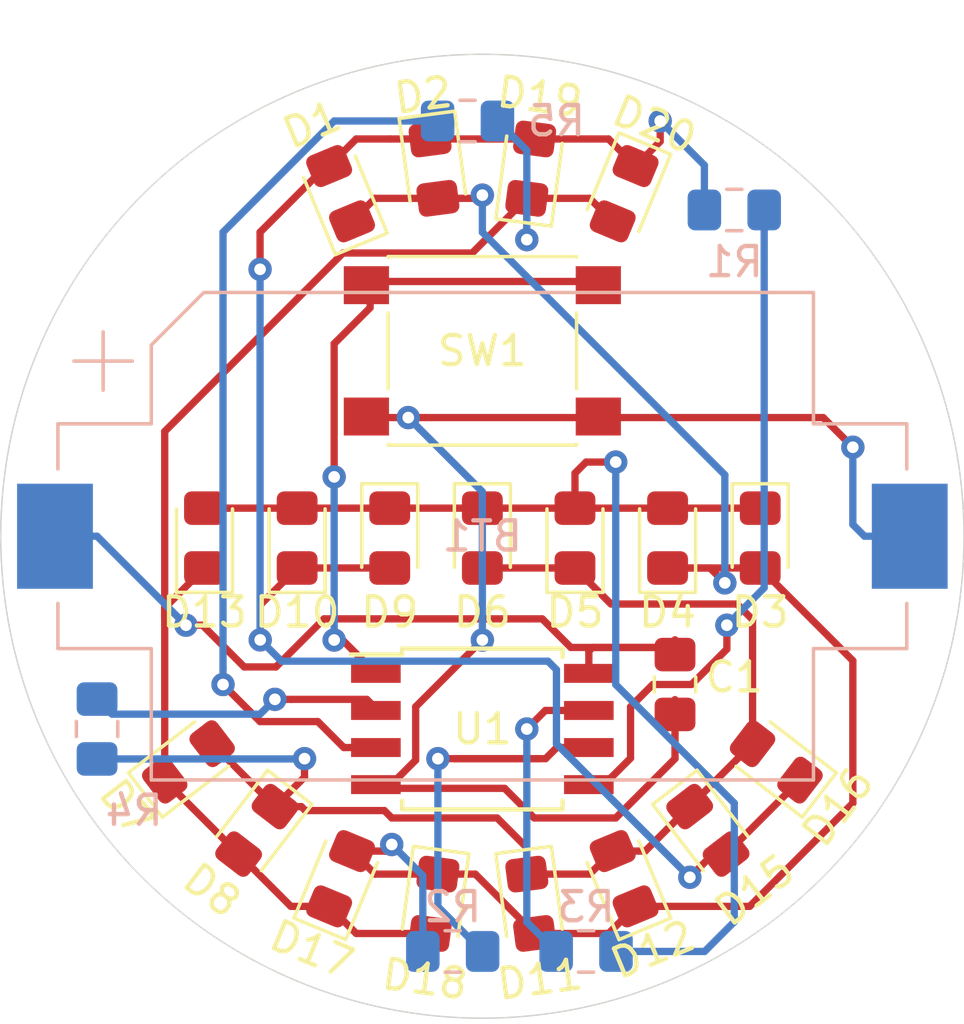
<source format=kicad_pcb>
(kicad_pcb (version 20171130) (host pcbnew "(5.1.4)-1")

  (general
    (thickness 1.6)
    (drawings 1)
    (tracks 225)
    (zones 0)
    (modules 28)
    (nets 14)
  )

  (page A4)
  (layers
    (0 F.Cu signal)
    (31 B.Cu signal)
    (32 B.Adhes user)
    (33 F.Adhes user)
    (34 B.Paste user)
    (35 F.Paste user)
    (36 B.SilkS user)
    (37 F.SilkS user)
    (38 B.Mask user)
    (39 F.Mask user)
    (40 Dwgs.User user)
    (41 Cmts.User user)
    (42 Eco1.User user)
    (43 Eco2.User user)
    (44 Edge.Cuts user)
    (45 Margin user)
    (46 B.CrtYd user)
    (47 F.CrtYd user)
    (48 B.Fab user)
    (49 F.Fab user)
  )

  (setup
    (last_trace_width 0.25)
    (trace_clearance 0.2)
    (zone_clearance 0.508)
    (zone_45_only no)
    (trace_min 0.2)
    (via_size 0.8)
    (via_drill 0.4)
    (via_min_size 0.4)
    (via_min_drill 0.3)
    (uvia_size 0.3)
    (uvia_drill 0.1)
    (uvias_allowed no)
    (uvia_min_size 0.2)
    (uvia_min_drill 0.1)
    (edge_width 0.05)
    (segment_width 0.2)
    (pcb_text_width 0.3)
    (pcb_text_size 1.5 1.5)
    (mod_edge_width 0.12)
    (mod_text_size 1 1)
    (mod_text_width 0.15)
    (pad_size 1.524 1.524)
    (pad_drill 0.762)
    (pad_to_mask_clearance 0.051)
    (solder_mask_min_width 0.25)
    (aux_axis_origin 0 0)
    (grid_origin 152.4 88.9)
    (visible_elements 7FFFFFFF)
    (pcbplotparams
      (layerselection 0x010fc_ffffffff)
      (usegerberextensions false)
      (usegerberattributes false)
      (usegerberadvancedattributes true)
      (creategerberjobfile false)
      (excludeedgelayer true)
      (linewidth 0.100000)
      (plotframeref false)
      (viasonmask false)
      (mode 1)
      (useauxorigin true)
      (hpglpennumber 1)
      (hpglpenspeed 20)
      (hpglpendiameter 15.000000)
      (psnegative false)
      (psa4output false)
      (plotreference true)
      (plotvalue true)
      (plotinvisibletext false)
      (padsonsilk false)
      (subtractmaskfromsilk false)
      (outputformat 1)
      (mirror false)
      (drillshape 0)
      (scaleselection 1)
      (outputdirectory "Output/"))
  )

  (net 0 "")
  (net 1 GND)
  (net 2 +BATT)
  (net 3 "Net-(D1-Pad1)")
  (net 4 "Net-(D1-Pad2)")
  (net 5 "Net-(D10-Pad2)")
  (net 6 "Net-(D11-Pad1)")
  (net 7 "Net-(D13-Pad1)")
  (net 8 PIN0)
  (net 9 PIN1)
  (net 10 PIN2)
  (net 11 PIN3)
  (net 12 PIN4)
  (net 13 n_RST)

  (net_class Default "This is the default net class."
    (clearance 0.2)
    (trace_width 0.25)
    (via_dia 0.8)
    (via_drill 0.4)
    (uvia_dia 0.3)
    (uvia_drill 0.1)
    (add_net +BATT)
    (add_net GND)
    (add_net "Net-(D1-Pad1)")
    (add_net "Net-(D1-Pad2)")
    (add_net "Net-(D10-Pad2)")
    (add_net "Net-(D11-Pad1)")
    (add_net "Net-(D13-Pad1)")
    (add_net PIN0)
    (add_net PIN1)
    (add_net PIN2)
    (add_net PIN3)
    (add_net PIN4)
    (add_net n_RST)
  )

  (module Capacitor_SMD:C_0805_2012Metric_Pad1.15x1.40mm_HandSolder (layer F.Cu) (tedit 5B36C52B) (tstamp 5E341163)
    (at 159.004 93.98 270)
    (descr "Capacitor SMD 0805 (2012 Metric), square (rectangular) end terminal, IPC_7351 nominal with elongated pad for handsoldering. (Body size source: https://docs.google.com/spreadsheets/d/1BsfQQcO9C6DZCsRaXUlFlo91Tg2WpOkGARC1WS5S8t0/edit?usp=sharing), generated with kicad-footprint-generator")
    (tags "capacitor handsolder")
    (path /5E37211B)
    (attr smd)
    (fp_text reference C1 (at -0.254 -2.032 180) (layer F.SilkS)
      (effects (font (size 1 1) (thickness 0.15)))
    )
    (fp_text value "" (at 0 1.65 90) (layer F.Fab)
      (effects (font (size 1 1) (thickness 0.15)))
    )
    (fp_text user %R (at 0 0 90) (layer F.Fab)
      (effects (font (size 0.5 0.5) (thickness 0.08)))
    )
    (fp_line (start 1.85 0.95) (end -1.85 0.95) (layer F.CrtYd) (width 0.05))
    (fp_line (start 1.85 -0.95) (end 1.85 0.95) (layer F.CrtYd) (width 0.05))
    (fp_line (start -1.85 -0.95) (end 1.85 -0.95) (layer F.CrtYd) (width 0.05))
    (fp_line (start -1.85 0.95) (end -1.85 -0.95) (layer F.CrtYd) (width 0.05))
    (fp_line (start -0.261252 0.71) (end 0.261252 0.71) (layer F.SilkS) (width 0.12))
    (fp_line (start -0.261252 -0.71) (end 0.261252 -0.71) (layer F.SilkS) (width 0.12))
    (fp_line (start 1 0.6) (end -1 0.6) (layer F.Fab) (width 0.1))
    (fp_line (start 1 -0.6) (end 1 0.6) (layer F.Fab) (width 0.1))
    (fp_line (start -1 -0.6) (end 1 -0.6) (layer F.Fab) (width 0.1))
    (fp_line (start -1 0.6) (end -1 -0.6) (layer F.Fab) (width 0.1))
    (pad 2 smd roundrect (at 1.025 0 270) (size 1.15 1.4) (layers F.Cu F.Paste F.Mask) (roundrect_rratio 0.217391)
      (net 1 GND))
    (pad 1 smd roundrect (at -1.025 0 270) (size 1.15 1.4) (layers F.Cu F.Paste F.Mask) (roundrect_rratio 0.217391)
      (net 2 +BATT))
    (model ${KISYS3DMOD}/Capacitor_SMD.3dshapes/C_0805_2012Metric.wrl
      (at (xyz 0 0 0))
      (scale (xyz 1 1 1))
      (rotate (xyz 0 0 0))
    )
  )

  (module LED_SMD:LED_0805_2012Metric_Pad1.15x1.40mm_HandSolder (layer F.Cu) (tedit 5B4B45C9) (tstamp 5E33EC65)
    (at 161.925 88.9635 270)
    (descr "LED SMD 0805 (2012 Metric), square (rectangular) end terminal, IPC_7351 nominal, (Body size source: https://docs.google.com/spreadsheets/d/1BsfQQcO9C6DZCsRaXUlFlo91Tg2WpOkGARC1WS5S8t0/edit?usp=sharing), generated with kicad-footprint-generator")
    (tags "LED handsolder")
    (path /5E341E24)
    (attr smd)
    (fp_text reference D3 (at 2.54 0 180) (layer F.SilkS)
      (effects (font (size 1 1) (thickness 0.15)))
    )
    (fp_text value LED (at 0 1.65 90) (layer F.Fab)
      (effects (font (size 1 1) (thickness 0.15)))
    )
    (fp_text user %R (at 0 0 90) (layer F.Fab)
      (effects (font (size 0.5 0.5) (thickness 0.08)))
    )
    (fp_line (start 1.85 0.95) (end -1.85 0.95) (layer F.CrtYd) (width 0.05))
    (fp_line (start 1.85 -0.95) (end 1.85 0.95) (layer F.CrtYd) (width 0.05))
    (fp_line (start -1.85 -0.95) (end 1.85 -0.95) (layer F.CrtYd) (width 0.05))
    (fp_line (start -1.85 0.95) (end -1.85 -0.95) (layer F.CrtYd) (width 0.05))
    (fp_line (start -1.86 0.96) (end 1 0.96) (layer F.SilkS) (width 0.12))
    (fp_line (start -1.86 -0.96) (end -1.86 0.96) (layer F.SilkS) (width 0.12))
    (fp_line (start 1 -0.96) (end -1.86 -0.96) (layer F.SilkS) (width 0.12))
    (fp_line (start 1 0.6) (end 1 -0.6) (layer F.Fab) (width 0.1))
    (fp_line (start -1 0.6) (end 1 0.6) (layer F.Fab) (width 0.1))
    (fp_line (start -1 -0.3) (end -1 0.6) (layer F.Fab) (width 0.1))
    (fp_line (start -0.7 -0.6) (end -1 -0.3) (layer F.Fab) (width 0.1))
    (fp_line (start 1 -0.6) (end -0.7 -0.6) (layer F.Fab) (width 0.1))
    (pad 2 smd roundrect (at 1.025 0 270) (size 1.15 1.4) (layers F.Cu F.Paste F.Mask) (roundrect_rratio 0.217391)
      (net 3 "Net-(D1-Pad1)"))
    (pad 1 smd roundrect (at -1.025 0 270) (size 1.15 1.4) (layers F.Cu F.Paste F.Mask) (roundrect_rratio 0.217391)
      (net 5 "Net-(D10-Pad2)"))
    (model ${KISYS3DMOD}/LED_SMD.3dshapes/LED_0805_2012Metric.wrl
      (at (xyz 0 0 0))
      (scale (xyz 1 1 1))
      (rotate (xyz 0 0 0))
    )
  )

  (module LED_SMD:LED_0805_2012Metric_Pad1.15x1.40mm_HandSolder (layer F.Cu) (tedit 5B4B45C9) (tstamp 5E344690)
    (at 157.26008 100.63327 112.5)
    (descr "LED SMD 0805 (2012 Metric), square (rectangular) end terminal, IPC_7351 nominal, (Body size source: https://docs.google.com/spreadsheets/d/1BsfQQcO9C6DZCsRaXUlFlo91Tg2WpOkGARC1WS5S8t0/edit?usp=sharing), generated with kicad-footprint-generator")
    (tags "LED handsolder")
    (path /5E35651E)
    (attr smd)
    (fp_text reference D12 (at -2.618233 -0.021685 202.5) (layer F.SilkS)
      (effects (font (size 1 1) (thickness 0.15)))
    )
    (fp_text value LED (at 0 1.65 112.5) (layer F.Fab)
      (effects (font (size 1 1) (thickness 0.15)))
    )
    (fp_line (start 1 -0.6) (end -0.7 -0.6) (layer F.Fab) (width 0.1))
    (fp_line (start -0.7 -0.6) (end -1 -0.3) (layer F.Fab) (width 0.1))
    (fp_line (start -1 -0.3) (end -1 0.6) (layer F.Fab) (width 0.1))
    (fp_line (start -1 0.6) (end 1 0.6) (layer F.Fab) (width 0.1))
    (fp_line (start 1 0.6) (end 1 -0.6) (layer F.Fab) (width 0.1))
    (fp_line (start 1 -0.96) (end -1.86 -0.96) (layer F.SilkS) (width 0.12))
    (fp_line (start -1.86 -0.96) (end -1.86 0.96) (layer F.SilkS) (width 0.12))
    (fp_line (start -1.86 0.96) (end 1 0.96) (layer F.SilkS) (width 0.12))
    (fp_line (start -1.85 0.95) (end -1.85 -0.95) (layer F.CrtYd) (width 0.05))
    (fp_line (start -1.85 -0.95) (end 1.85 -0.95) (layer F.CrtYd) (width 0.05))
    (fp_line (start 1.85 -0.95) (end 1.85 0.95) (layer F.CrtYd) (width 0.05))
    (fp_line (start 1.85 0.95) (end -1.85 0.95) (layer F.CrtYd) (width 0.05))
    (fp_text user %R (at 0 0 112.5) (layer F.Fab)
      (effects (font (size 0.5 0.5) (thickness 0.08)))
    )
    (pad 1 smd roundrect (at -1.025 0 112.5) (size 1.15 1.4) (layers F.Cu F.Paste F.Mask) (roundrect_rratio 0.217391)
      (net 3 "Net-(D1-Pad1)"))
    (pad 2 smd roundrect (at 1.025 0 112.5) (size 1.15 1.4) (layers F.Cu F.Paste F.Mask) (roundrect_rratio 0.217391)
      (net 6 "Net-(D11-Pad1)"))
    (model ${KISYS3DMOD}/LED_SMD.3dshapes/LED_0805_2012Metric.wrl
      (at (xyz 0 0 0))
      (scale (xyz 1 1 1))
      (rotate (xyz 0 0 0))
    )
  )

  (module LED_SMD:LED_0805_2012Metric_Pad1.15x1.40mm_HandSolder (layer F.Cu) (tedit 5B4B45C9) (tstamp 5E3427D5)
    (at 142.324413 96.63127 37.5)
    (descr "LED SMD 0805 (2012 Metric), square (rectangular) end terminal, IPC_7351 nominal, (Body size source: https://docs.google.com/spreadsheets/d/1BsfQQcO9C6DZCsRaXUlFlo91Tg2WpOkGARC1WS5S8t0/edit?usp=sharing), generated with kicad-footprint-generator")
    (tags "LED handsolder")
    (path /5E345603)
    (attr smd)
    (fp_text reference D7 (at -2.631854 -0.046689 307.5) (layer F.SilkS)
      (effects (font (size 1 1) (thickness 0.15)))
    )
    (fp_text value LED (at 0 1.65 37.5) (layer F.Fab)
      (effects (font (size 1 1) (thickness 0.15)))
    )
    (fp_line (start 1 -0.6) (end -0.7 -0.6) (layer F.Fab) (width 0.1))
    (fp_line (start -0.7 -0.6) (end -1 -0.3) (layer F.Fab) (width 0.1))
    (fp_line (start -1 -0.3) (end -1 0.6) (layer F.Fab) (width 0.1))
    (fp_line (start -1 0.6) (end 1 0.6) (layer F.Fab) (width 0.1))
    (fp_line (start 1 0.6) (end 1 -0.6) (layer F.Fab) (width 0.1))
    (fp_line (start 1 -0.96) (end -1.86 -0.96) (layer F.SilkS) (width 0.12))
    (fp_line (start -1.86 -0.96) (end -1.86 0.96) (layer F.SilkS) (width 0.12))
    (fp_line (start -1.86 0.96) (end 1 0.96) (layer F.SilkS) (width 0.12))
    (fp_line (start -1.85 0.95) (end -1.85 -0.95) (layer F.CrtYd) (width 0.05))
    (fp_line (start -1.85 -0.95) (end 1.85 -0.95) (layer F.CrtYd) (width 0.05))
    (fp_line (start 1.85 -0.95) (end 1.85 0.95) (layer F.CrtYd) (width 0.05))
    (fp_line (start 1.85 0.95) (end -1.85 0.95) (layer F.CrtYd) (width 0.05))
    (fp_text user %R (at 0 0.159999 37.5) (layer F.Fab)
      (effects (font (size 0.5 0.5) (thickness 0.08)))
    )
    (pad 1 smd roundrect (at -1.025 0 37.5) (size 1.15 1.4) (layers F.Cu F.Paste F.Mask) (roundrect_rratio 0.217391)
      (net 7 "Net-(D13-Pad1)"))
    (pad 2 smd roundrect (at 1.025 0 37.5) (size 1.15 1.4) (layers F.Cu F.Paste F.Mask) (roundrect_rratio 0.217391)
      (net 6 "Net-(D11-Pad1)"))
    (model ${KISYS3DMOD}/LED_SMD.3dshapes/LED_0805_2012Metric.wrl
      (at (xyz 0 0 0))
      (scale (xyz 1 1 1))
      (rotate (xyz 0 0 0))
    )
  )

  (module LED_SMD:LED_0805_2012Metric_Pad1.15x1.40mm_HandSolder (layer F.Cu) (tedit 5B4B45C9) (tstamp 5E34142E)
    (at 147.53992 77.16673 112.5)
    (descr "LED SMD 0805 (2012 Metric), square (rectangular) end terminal, IPC_7351 nominal, (Body size source: https://docs.google.com/spreadsheets/d/1BsfQQcO9C6DZCsRaXUlFlo91Tg2WpOkGARC1WS5S8t0/edit?usp=sharing), generated with kicad-footprint-generator")
    (tags "LED handsolder")
    (path /5E338FF0)
    (attr smd)
    (fp_text reference D1 (at 2.559566 -0.002615 202.5) (layer F.SilkS)
      (effects (font (size 1 1) (thickness 0.15)))
    )
    (fp_text value LED (at 8.271468 -6.159425 202.5) (layer F.Fab)
      (effects (font (size 1 1) (thickness 0.15)))
    )
    (fp_line (start 1 -0.6) (end -0.7 -0.6) (layer F.Fab) (width 0.1))
    (fp_line (start -0.7 -0.6) (end -1 -0.3) (layer F.Fab) (width 0.1))
    (fp_line (start -1 -0.3) (end -1 0.6) (layer F.Fab) (width 0.1))
    (fp_line (start -1 0.6) (end 1 0.6) (layer F.Fab) (width 0.1))
    (fp_line (start 1 0.6) (end 1 -0.6) (layer F.Fab) (width 0.1))
    (fp_line (start 1 -0.96) (end -1.86 -0.96) (layer F.SilkS) (width 0.12))
    (fp_line (start -1.86 -0.96) (end -1.86 0.96) (layer F.SilkS) (width 0.12))
    (fp_line (start -1.86 0.96) (end 1 0.96) (layer F.SilkS) (width 0.12))
    (fp_line (start -1.85 0.95) (end -1.85 -0.95) (layer F.CrtYd) (width 0.05))
    (fp_line (start -1.85 -0.95) (end 1.85 -0.95) (layer F.CrtYd) (width 0.05))
    (fp_line (start 1.85 -0.95) (end 1.85 0.95) (layer F.CrtYd) (width 0.05))
    (fp_line (start 1.85 0.95) (end -1.85 0.95) (layer F.CrtYd) (width 0.05))
    (fp_text user %R (at 0 0 112.5) (layer F.Fab)
      (effects (font (size 0.5 0.5) (thickness 0.08)))
    )
    (pad 1 smd roundrect (at -1.025 0 112.5) (size 1.15 1.4) (layers F.Cu F.Paste F.Mask) (roundrect_rratio 0.217391)
      (net 3 "Net-(D1-Pad1)"))
    (pad 2 smd roundrect (at 1.025 0 112.5) (size 1.15 1.4) (layers F.Cu F.Paste F.Mask) (roundrect_rratio 0.217391)
      (net 4 "Net-(D1-Pad2)"))
    (model ${KISYS3DMOD}/LED_SMD.3dshapes/LED_0805_2012Metric.wrl
      (at (xyz 0 0 0))
      (scale (xyz 1 1 1))
      (rotate (xyz 0 0 0))
    )
  )

  (module Battery:BatteryHolder_Keystone_1060_1x2032 (layer B.Cu) (tedit 5B98EF5E) (tstamp 5E33EC2C)
    (at 152.4 88.9)
    (descr http://www.keyelco.com/product-pdf.cfm?p=726)
    (tags "CR2032 BR2032 BatteryHolder Battery")
    (path /5E3AC329)
    (attr smd)
    (fp_text reference BT1 (at 0 0) (layer B.SilkS)
      (effects (font (size 1 1) (thickness 0.15)) (justify mirror))
    )
    (fp_text value Battery_Cell (at 0 11.75) (layer B.Fab)
      (effects (font (size 1 1) (thickness 0.15)) (justify mirror))
    )
    (fp_circle (center 0 0) (end -10.2 0) (layer Dwgs.User) (width 0.3))
    (fp_line (start 11 -8) (end -9.4 -8) (layer B.Fab) (width 0.1))
    (fp_line (start 11 8) (end -11 8) (layer B.Fab) (width 0.1))
    (fp_line (start 11 -8) (end 11 -3.5) (layer B.Fab) (width 0.1))
    (fp_line (start 11 8) (end 11 3.5) (layer B.Fab) (width 0.1))
    (fp_line (start -11 8) (end -11 3.5) (layer B.Fab) (width 0.1))
    (fp_line (start -11 -6.4) (end -11 -3.5) (layer B.Fab) (width 0.1))
    (fp_line (start -11 -3.5) (end -14.2 -3.5) (layer B.Fab) (width 0.1))
    (fp_line (start -14.2 -3.5) (end -14.2 3.5) (layer B.Fab) (width 0.1))
    (fp_line (start -14.2 3.5) (end -11 3.5) (layer B.Fab) (width 0.1))
    (fp_line (start 11 -3.5) (end 14.2 -3.5) (layer B.Fab) (width 0.1))
    (fp_line (start 14.2 -3.5) (end 14.2 3.5) (layer B.Fab) (width 0.1))
    (fp_line (start 14.2 3.5) (end 11 3.5) (layer B.Fab) (width 0.1))
    (fp_line (start -9.4 -8) (end -11 -6.4) (layer B.Fab) (width 0.1))
    (fp_line (start 11.35 -3.85) (end 14.55 -3.85) (layer B.SilkS) (width 0.12))
    (fp_line (start 14.55 -3.85) (end 14.55 -2.3) (layer B.SilkS) (width 0.12))
    (fp_line (start 11.35 -8.35) (end 11.35 -3.85) (layer B.SilkS) (width 0.12))
    (fp_line (start 11.35 -8.35) (end -9.55 -8.35) (layer B.SilkS) (width 0.12))
    (fp_line (start -11.35 -6.55) (end -11.35 -3.85) (layer B.SilkS) (width 0.12))
    (fp_line (start -9.55 -8.35) (end -11.35 -6.55) (layer B.SilkS) (width 0.12))
    (fp_line (start -11.35 -3.85) (end -14.55 -3.85) (layer B.SilkS) (width 0.12))
    (fp_line (start -14.55 -3.85) (end -14.55 -2.3) (layer B.SilkS) (width 0.12))
    (fp_line (start -11.35 3.85) (end -14.55 3.85) (layer B.SilkS) (width 0.12))
    (fp_line (start -14.55 3.85) (end -14.55 2.3) (layer B.SilkS) (width 0.12))
    (fp_line (start 11.35 3.85) (end 14.55 3.85) (layer B.SilkS) (width 0.12))
    (fp_line (start 14.55 3.85) (end 14.55 2.3) (layer B.SilkS) (width 0.12))
    (fp_line (start -11.35 8.35) (end 11.35 8.35) (layer B.SilkS) (width 0.12))
    (fp_line (start -11.35 8.35) (end -11.35 3.85) (layer B.SilkS) (width 0.12))
    (fp_line (start 11.35 8.35) (end 11.35 3.85) (layer B.SilkS) (width 0.12))
    (fp_arc (start 0 0) (end -6.5 -8.5) (angle 74.81070976) (layer B.CrtYd) (width 0.05))
    (fp_line (start 11.5 -8.5) (end 6.5 -8.5) (layer B.CrtYd) (width 0.05))
    (fp_line (start -6.5 -8.5) (end -11.5 -8.5) (layer B.CrtYd) (width 0.05))
    (fp_line (start -11.5 -4) (end -11.5 -8.5) (layer B.CrtYd) (width 0.05))
    (fp_line (start -14.7 -4) (end -11.5 -4) (layer B.CrtYd) (width 0.05))
    (fp_line (start -14.7 -4) (end -14.7 -2.3) (layer B.CrtYd) (width 0.05))
    (fp_line (start -14.7 -2.3) (end -16.45 -2.3) (layer B.CrtYd) (width 0.05))
    (fp_line (start -16.45 -2.3) (end -16.45 2.3) (layer B.CrtYd) (width 0.05))
    (fp_line (start -14.7 2.3) (end -16.45 2.3) (layer B.CrtYd) (width 0.05))
    (fp_line (start -14.7 2.3) (end -14.7 4) (layer B.CrtYd) (width 0.05))
    (fp_line (start -14.7 4) (end -11.5 4) (layer B.CrtYd) (width 0.05))
    (fp_line (start -11.5 4) (end -11.5 8.5) (layer B.CrtYd) (width 0.05))
    (fp_line (start -11.5 8.5) (end -6.5 8.5) (layer B.CrtYd) (width 0.05))
    (fp_line (start 11.5 8.5) (end 11.5 4) (layer B.CrtYd) (width 0.05))
    (fp_line (start 11.5 4) (end 14.7 4) (layer B.CrtYd) (width 0.05))
    (fp_line (start 14.7 4) (end 14.7 2.3) (layer B.CrtYd) (width 0.05))
    (fp_line (start 14.7 2.3) (end 16.45 2.3) (layer B.CrtYd) (width 0.05))
    (fp_line (start 16.45 2.3) (end 16.45 -2.3) (layer B.CrtYd) (width 0.05))
    (fp_line (start 16.45 -2.3) (end 14.7 -2.3) (layer B.CrtYd) (width 0.05))
    (fp_line (start 14.7 -2.3) (end 14.7 -4) (layer B.CrtYd) (width 0.05))
    (fp_line (start 14.7 -4) (end 11.5 -4) (layer B.CrtYd) (width 0.05))
    (fp_line (start 11.5 -4) (end 11.5 -8.5) (layer B.CrtYd) (width 0.05))
    (fp_arc (start 0 0) (end 6.5 8.5) (angle 74.81070976) (layer B.CrtYd) (width 0.05))
    (fp_line (start 11.5 8.5) (end 6.5 8.5) (layer B.CrtYd) (width 0.05))
    (fp_text user %R (at 0 0) (layer B.Fab)
      (effects (font (size 1 1) (thickness 0.15)) (justify mirror))
    )
    (fp_line (start -13 -5) (end -13 -7) (layer B.SilkS) (width 0.12))
    (fp_line (start -12 -6) (end -14 -6) (layer B.SilkS) (width 0.12))
    (pad 2 smd rect (at 14.65 0 180) (size 2.6 3.6) (layers B.Cu B.Paste B.Mask)
      (net 1 GND))
    (pad 1 smd rect (at -14.65 0 180) (size 2.6 3.6) (layers B.Cu B.Paste B.Mask)
      (net 2 +BATT))
    (model ${KISYS3DMOD}/Battery.3dshapes/BatteryHolder_Keystone_1060_1x2032.wrl
      (at (xyz 0 0 0))
      (scale (xyz 1 1 1))
      (rotate (xyz 0 0 0))
    )
  )

  (module LED_SMD:LED_0805_2012Metric_Pad1.15x1.40mm_HandSolder (layer F.Cu) (tedit 5B4B45C9) (tstamp 5E33EC78)
    (at 158.75 88.9635 90)
    (descr "LED SMD 0805 (2012 Metric), square (rectangular) end terminal, IPC_7351 nominal, (Body size source: https://docs.google.com/spreadsheets/d/1BsfQQcO9C6DZCsRaXUlFlo91Tg2WpOkGARC1WS5S8t0/edit?usp=sharing), generated with kicad-footprint-generator")
    (tags "LED handsolder")
    (path /5E3423B3)
    (attr smd)
    (fp_text reference D4 (at -2.54 0 180) (layer F.SilkS)
      (effects (font (size 1 1) (thickness 0.15)))
    )
    (fp_text value LED (at 0 1.65 90) (layer F.Fab)
      (effects (font (size 1 1) (thickness 0.15)))
    )
    (fp_line (start 1 -0.6) (end -0.7 -0.6) (layer F.Fab) (width 0.1))
    (fp_line (start -0.7 -0.6) (end -1 -0.3) (layer F.Fab) (width 0.1))
    (fp_line (start -1 -0.3) (end -1 0.6) (layer F.Fab) (width 0.1))
    (fp_line (start -1 0.6) (end 1 0.6) (layer F.Fab) (width 0.1))
    (fp_line (start 1 0.6) (end 1 -0.6) (layer F.Fab) (width 0.1))
    (fp_line (start 1 -0.96) (end -1.86 -0.96) (layer F.SilkS) (width 0.12))
    (fp_line (start -1.86 -0.96) (end -1.86 0.96) (layer F.SilkS) (width 0.12))
    (fp_line (start -1.86 0.96) (end 1 0.96) (layer F.SilkS) (width 0.12))
    (fp_line (start -1.85 0.95) (end -1.85 -0.95) (layer F.CrtYd) (width 0.05))
    (fp_line (start -1.85 -0.95) (end 1.85 -0.95) (layer F.CrtYd) (width 0.05))
    (fp_line (start 1.85 -0.95) (end 1.85 0.95) (layer F.CrtYd) (width 0.05))
    (fp_line (start 1.85 0.95) (end -1.85 0.95) (layer F.CrtYd) (width 0.05))
    (fp_text user %R (at 0 0 90) (layer F.Fab)
      (effects (font (size 0.5 0.5) (thickness 0.08)))
    )
    (pad 1 smd roundrect (at -1.025 0 90) (size 1.15 1.4) (layers F.Cu F.Paste F.Mask) (roundrect_rratio 0.217391)
      (net 3 "Net-(D1-Pad1)"))
    (pad 2 smd roundrect (at 1.025 0 90) (size 1.15 1.4) (layers F.Cu F.Paste F.Mask) (roundrect_rratio 0.217391)
      (net 5 "Net-(D10-Pad2)"))
    (model ${KISYS3DMOD}/LED_SMD.3dshapes/LED_0805_2012Metric.wrl
      (at (xyz 0 0 0))
      (scale (xyz 1 1 1))
      (rotate (xyz 0 0 0))
    )
  )

  (module LED_SMD:LED_0805_2012Metric_Pad1.15x1.40mm_HandSolder (layer F.Cu) (tedit 5B4B45C9) (tstamp 5E33EC8B)
    (at 155.575 88.9635 90)
    (descr "LED SMD 0805 (2012 Metric), square (rectangular) end terminal, IPC_7351 nominal, (Body size source: https://docs.google.com/spreadsheets/d/1BsfQQcO9C6DZCsRaXUlFlo91Tg2WpOkGARC1WS5S8t0/edit?usp=sharing), generated with kicad-footprint-generator")
    (tags "LED handsolder")
    (path /5E344089)
    (attr smd)
    (fp_text reference D5 (at -2.54 0 180) (layer F.SilkS)
      (effects (font (size 1 1) (thickness 0.15)))
    )
    (fp_text value LED (at 0 2.54 90) (layer F.Fab)
      (effects (font (size 1 1) (thickness 0.15)))
    )
    (fp_text user %R (at 0 0 90) (layer F.Fab)
      (effects (font (size 0.5 0.5) (thickness 0.08)))
    )
    (fp_line (start 1.85 0.95) (end -1.85 0.95) (layer F.CrtYd) (width 0.05))
    (fp_line (start 1.85 -0.95) (end 1.85 0.95) (layer F.CrtYd) (width 0.05))
    (fp_line (start -1.85 -0.95) (end 1.85 -0.95) (layer F.CrtYd) (width 0.05))
    (fp_line (start -1.85 0.95) (end -1.85 -0.95) (layer F.CrtYd) (width 0.05))
    (fp_line (start -1.86 0.96) (end 1 0.96) (layer F.SilkS) (width 0.12))
    (fp_line (start -1.86 -0.96) (end -1.86 0.96) (layer F.SilkS) (width 0.12))
    (fp_line (start 1 -0.96) (end -1.86 -0.96) (layer F.SilkS) (width 0.12))
    (fp_line (start 1 0.6) (end 1 -0.6) (layer F.Fab) (width 0.1))
    (fp_line (start -1 0.6) (end 1 0.6) (layer F.Fab) (width 0.1))
    (fp_line (start -1 -0.3) (end -1 0.6) (layer F.Fab) (width 0.1))
    (fp_line (start -0.7 -0.6) (end -1 -0.3) (layer F.Fab) (width 0.1))
    (fp_line (start 1 -0.6) (end -0.7 -0.6) (layer F.Fab) (width 0.1))
    (pad 2 smd roundrect (at 1.025 0 90) (size 1.15 1.4) (layers F.Cu F.Paste F.Mask) (roundrect_rratio 0.217391)
      (net 5 "Net-(D10-Pad2)"))
    (pad 1 smd roundrect (at -1.025 0 90) (size 1.15 1.4) (layers F.Cu F.Paste F.Mask) (roundrect_rratio 0.217391)
      (net 6 "Net-(D11-Pad1)"))
    (model ${KISYS3DMOD}/LED_SMD.3dshapes/LED_0805_2012Metric.wrl
      (at (xyz 0 0 0))
      (scale (xyz 1 1 1))
      (rotate (xyz 0 0 0))
    )
  )

  (module LED_SMD:LED_0805_2012Metric_Pad1.15x1.40mm_HandSolder (layer F.Cu) (tedit 5B4B45C9) (tstamp 5E33EC9E)
    (at 152.4 88.9635 270)
    (descr "LED SMD 0805 (2012 Metric), square (rectangular) end terminal, IPC_7351 nominal, (Body size source: https://docs.google.com/spreadsheets/d/1BsfQQcO9C6DZCsRaXUlFlo91Tg2WpOkGARC1WS5S8t0/edit?usp=sharing), generated with kicad-footprint-generator")
    (tags "LED handsolder")
    (path /5E34408F)
    (attr smd)
    (fp_text reference D6 (at 2.54 0 180) (layer F.SilkS)
      (effects (font (size 1 1) (thickness 0.15)))
    )
    (fp_text value LED (at 0 1.65 90) (layer F.Fab)
      (effects (font (size 1 1) (thickness 0.15)))
    )
    (fp_line (start 1 -0.6) (end -0.7 -0.6) (layer F.Fab) (width 0.1))
    (fp_line (start -0.7 -0.6) (end -1 -0.3) (layer F.Fab) (width 0.1))
    (fp_line (start -1 -0.3) (end -1 0.6) (layer F.Fab) (width 0.1))
    (fp_line (start -1 0.6) (end 1 0.6) (layer F.Fab) (width 0.1))
    (fp_line (start 1 0.6) (end 1 -0.6) (layer F.Fab) (width 0.1))
    (fp_line (start 1 -0.96) (end -1.86 -0.96) (layer F.SilkS) (width 0.12))
    (fp_line (start -1.86 -0.96) (end -1.86 0.96) (layer F.SilkS) (width 0.12))
    (fp_line (start -1.86 0.96) (end 1 0.96) (layer F.SilkS) (width 0.12))
    (fp_line (start -1.85 0.95) (end -1.85 -0.95) (layer F.CrtYd) (width 0.05))
    (fp_line (start -1.85 -0.95) (end 1.85 -0.95) (layer F.CrtYd) (width 0.05))
    (fp_line (start 1.85 -0.95) (end 1.85 0.95) (layer F.CrtYd) (width 0.05))
    (fp_line (start 1.85 0.95) (end -1.85 0.95) (layer F.CrtYd) (width 0.05))
    (fp_text user %R (at 0 0 90) (layer F.Fab)
      (effects (font (size 0.5 0.5) (thickness 0.08)))
    )
    (pad 1 smd roundrect (at -1.025 0 270) (size 1.15 1.4) (layers F.Cu F.Paste F.Mask) (roundrect_rratio 0.217391)
      (net 5 "Net-(D10-Pad2)"))
    (pad 2 smd roundrect (at 1.025 0 270) (size 1.15 1.4) (layers F.Cu F.Paste F.Mask) (roundrect_rratio 0.217391)
      (net 6 "Net-(D11-Pad1)"))
    (model ${KISYS3DMOD}/LED_SMD.3dshapes/LED_0805_2012Metric.wrl
      (at (xyz 0 0 0))
      (scale (xyz 1 1 1))
      (rotate (xyz 0 0 0))
    )
  )

  (module LED_SMD:LED_0805_2012Metric_Pad1.15x1.40mm_HandSolder (layer F.Cu) (tedit 5B4B45C9) (tstamp 5E33ECD7)
    (at 149.225 88.9635 270)
    (descr "LED SMD 0805 (2012 Metric), square (rectangular) end terminal, IPC_7351 nominal, (Body size source: https://docs.google.com/spreadsheets/d/1BsfQQcO9C6DZCsRaXUlFlo91Tg2WpOkGARC1WS5S8t0/edit?usp=sharing), generated with kicad-footprint-generator")
    (tags "LED handsolder")
    (path /5E356512)
    (attr smd)
    (fp_text reference D9 (at 2.54 0 180) (layer F.SilkS)
      (effects (font (size 1 1) (thickness 0.15)))
    )
    (fp_text value LED (at 0 1.65 90) (layer F.Fab)
      (effects (font (size 1 1) (thickness 0.15)))
    )
    (fp_text user %R (at 0 0 90) (layer F.Fab)
      (effects (font (size 0.5 0.5) (thickness 0.08)))
    )
    (fp_line (start 1.85 0.95) (end -1.85 0.95) (layer F.CrtYd) (width 0.05))
    (fp_line (start 1.85 -0.95) (end 1.85 0.95) (layer F.CrtYd) (width 0.05))
    (fp_line (start -1.85 -0.95) (end 1.85 -0.95) (layer F.CrtYd) (width 0.05))
    (fp_line (start -1.85 0.95) (end -1.85 -0.95) (layer F.CrtYd) (width 0.05))
    (fp_line (start -1.86 0.96) (end 1 0.96) (layer F.SilkS) (width 0.12))
    (fp_line (start -1.86 -0.96) (end -1.86 0.96) (layer F.SilkS) (width 0.12))
    (fp_line (start 1 -0.96) (end -1.86 -0.96) (layer F.SilkS) (width 0.12))
    (fp_line (start 1 0.6) (end 1 -0.6) (layer F.Fab) (width 0.1))
    (fp_line (start -1 0.6) (end 1 0.6) (layer F.Fab) (width 0.1))
    (fp_line (start -1 -0.3) (end -1 0.6) (layer F.Fab) (width 0.1))
    (fp_line (start -0.7 -0.6) (end -1 -0.3) (layer F.Fab) (width 0.1))
    (fp_line (start 1 -0.6) (end -0.7 -0.6) (layer F.Fab) (width 0.1))
    (pad 2 smd roundrect (at 1.025 0 270) (size 1.15 1.4) (layers F.Cu F.Paste F.Mask) (roundrect_rratio 0.217391)
      (net 4 "Net-(D1-Pad2)"))
    (pad 1 smd roundrect (at -1.025 0 270) (size 1.15 1.4) (layers F.Cu F.Paste F.Mask) (roundrect_rratio 0.217391)
      (net 5 "Net-(D10-Pad2)"))
    (model ${KISYS3DMOD}/LED_SMD.3dshapes/LED_0805_2012Metric.wrl
      (at (xyz 0 0 0))
      (scale (xyz 1 1 1))
      (rotate (xyz 0 0 0))
    )
  )

  (module LED_SMD:LED_0805_2012Metric_Pad1.15x1.40mm_HandSolder (layer F.Cu) (tedit 5B4B45C9) (tstamp 5E33ECEA)
    (at 146.05 88.9635 90)
    (descr "LED SMD 0805 (2012 Metric), square (rectangular) end terminal, IPC_7351 nominal, (Body size source: https://docs.google.com/spreadsheets/d/1BsfQQcO9C6DZCsRaXUlFlo91Tg2WpOkGARC1WS5S8t0/edit?usp=sharing), generated with kicad-footprint-generator")
    (tags "LED handsolder")
    (path /5E35650C)
    (attr smd)
    (fp_text reference D10 (at -2.54 0 180) (layer F.SilkS)
      (effects (font (size 1 1) (thickness 0.15)))
    )
    (fp_text value LED (at 0 1.65 90) (layer F.Fab)
      (effects (font (size 1 1) (thickness 0.15)))
    )
    (fp_line (start 1 -0.6) (end -0.7 -0.6) (layer F.Fab) (width 0.1))
    (fp_line (start -0.7 -0.6) (end -1 -0.3) (layer F.Fab) (width 0.1))
    (fp_line (start -1 -0.3) (end -1 0.6) (layer F.Fab) (width 0.1))
    (fp_line (start -1 0.6) (end 1 0.6) (layer F.Fab) (width 0.1))
    (fp_line (start 1 0.6) (end 1 -0.6) (layer F.Fab) (width 0.1))
    (fp_line (start 1 -0.96) (end -1.86 -0.96) (layer F.SilkS) (width 0.12))
    (fp_line (start -1.86 -0.96) (end -1.86 0.96) (layer F.SilkS) (width 0.12))
    (fp_line (start -1.86 0.96) (end 1 0.96) (layer F.SilkS) (width 0.12))
    (fp_line (start -1.85 0.95) (end -1.85 -0.95) (layer F.CrtYd) (width 0.05))
    (fp_line (start -1.85 -0.95) (end 1.85 -0.95) (layer F.CrtYd) (width 0.05))
    (fp_line (start 1.85 -0.95) (end 1.85 0.95) (layer F.CrtYd) (width 0.05))
    (fp_line (start 1.85 0.95) (end -1.85 0.95) (layer F.CrtYd) (width 0.05))
    (fp_text user %R (at 0 0 90) (layer F.Fab)
      (effects (font (size 0.5 0.5) (thickness 0.08)))
    )
    (pad 1 smd roundrect (at -1.025 0 90) (size 1.15 1.4) (layers F.Cu F.Paste F.Mask) (roundrect_rratio 0.217391)
      (net 4 "Net-(D1-Pad2)"))
    (pad 2 smd roundrect (at 1.025 0 90) (size 1.15 1.4) (layers F.Cu F.Paste F.Mask) (roundrect_rratio 0.217391)
      (net 5 "Net-(D10-Pad2)"))
    (model ${KISYS3DMOD}/LED_SMD.3dshapes/LED_0805_2012Metric.wrl
      (at (xyz 0 0 0))
      (scale (xyz 1 1 1))
      (rotate (xyz 0 0 0))
    )
  )

  (module LED_SMD:LED_0805_2012Metric_Pad1.15x1.40mm_HandSolder (layer F.Cu) (tedit 5B4B45C9) (tstamp 5E33ED23)
    (at 142.875 88.9635 90)
    (descr "LED SMD 0805 (2012 Metric), square (rectangular) end terminal, IPC_7351 nominal, (Body size source: https://docs.google.com/spreadsheets/d/1BsfQQcO9C6DZCsRaXUlFlo91Tg2WpOkGARC1WS5S8t0/edit?usp=sharing), generated with kicad-footprint-generator")
    (tags "LED handsolder")
    (path /5E356524)
    (attr smd)
    (fp_text reference D13 (at -2.54 0 180) (layer F.SilkS)
      (effects (font (size 1 1) (thickness 0.15)))
    )
    (fp_text value LED (at 0 1.65 90) (layer F.Fab)
      (effects (font (size 1 1) (thickness 0.15)))
    )
    (fp_line (start 1 -0.6) (end -0.7 -0.6) (layer F.Fab) (width 0.1))
    (fp_line (start -0.7 -0.6) (end -1 -0.3) (layer F.Fab) (width 0.1))
    (fp_line (start -1 -0.3) (end -1 0.6) (layer F.Fab) (width 0.1))
    (fp_line (start -1 0.6) (end 1 0.6) (layer F.Fab) (width 0.1))
    (fp_line (start 1 0.6) (end 1 -0.6) (layer F.Fab) (width 0.1))
    (fp_line (start 1 -0.96) (end -1.86 -0.96) (layer F.SilkS) (width 0.12))
    (fp_line (start -1.86 -0.96) (end -1.86 0.96) (layer F.SilkS) (width 0.12))
    (fp_line (start -1.86 0.96) (end 1 0.96) (layer F.SilkS) (width 0.12))
    (fp_line (start -1.85 0.95) (end -1.85 -0.95) (layer F.CrtYd) (width 0.05))
    (fp_line (start -1.85 -0.95) (end 1.85 -0.95) (layer F.CrtYd) (width 0.05))
    (fp_line (start 1.85 -0.95) (end 1.85 0.95) (layer F.CrtYd) (width 0.05))
    (fp_line (start 1.85 0.95) (end -1.85 0.95) (layer F.CrtYd) (width 0.05))
    (fp_text user %R (at 0 0 90) (layer F.Fab)
      (effects (font (size 0.5 0.5) (thickness 0.08)))
    )
    (pad 1 smd roundrect (at -1.025 0 90) (size 1.15 1.4) (layers F.Cu F.Paste F.Mask) (roundrect_rratio 0.217391)
      (net 7 "Net-(D13-Pad1)"))
    (pad 2 smd roundrect (at 1.025 0 90) (size 1.15 1.4) (layers F.Cu F.Paste F.Mask) (roundrect_rratio 0.217391)
      (net 5 "Net-(D10-Pad2)"))
    (model ${KISYS3DMOD}/LED_SMD.3dshapes/LED_0805_2012Metric.wrl
      (at (xyz 0 0 0))
      (scale (xyz 1 1 1))
      (rotate (xyz 0 0 0))
    )
  )

  (module Resistor_SMD:R_0805_2012Metric_Pad1.15x1.40mm_HandSolder (layer B.Cu) (tedit 5B36C52B) (tstamp 5E33EDB9)
    (at 161.036 77.724 180)
    (descr "Resistor SMD 0805 (2012 Metric), square (rectangular) end terminal, IPC_7351 nominal with elongated pad for handsoldering. (Body size source: https://docs.google.com/spreadsheets/d/1BsfQQcO9C6DZCsRaXUlFlo91Tg2WpOkGARC1WS5S8t0/edit?usp=sharing), generated with kicad-footprint-generator")
    (tags "resistor handsolder")
    (path /5E33D340)
    (attr smd)
    (fp_text reference R1 (at 0 -1.778 180) (layer B.SilkS)
      (effects (font (size 1 1) (thickness 0.15)) (justify mirror))
    )
    (fp_text value 175 (at 0 -1.65 180) (layer B.Fab)
      (effects (font (size 1 1) (thickness 0.15)) (justify mirror))
    )
    (fp_line (start -1 -0.6) (end -1 0.6) (layer B.Fab) (width 0.1))
    (fp_line (start -1 0.6) (end 1 0.6) (layer B.Fab) (width 0.1))
    (fp_line (start 1 0.6) (end 1 -0.6) (layer B.Fab) (width 0.1))
    (fp_line (start 1 -0.6) (end -1 -0.6) (layer B.Fab) (width 0.1))
    (fp_line (start -0.261252 0.71) (end 0.261252 0.71) (layer B.SilkS) (width 0.12))
    (fp_line (start -0.261252 -0.71) (end 0.261252 -0.71) (layer B.SilkS) (width 0.12))
    (fp_line (start -1.85 -0.95) (end -1.85 0.95) (layer B.CrtYd) (width 0.05))
    (fp_line (start -1.85 0.95) (end 1.85 0.95) (layer B.CrtYd) (width 0.05))
    (fp_line (start 1.85 0.95) (end 1.85 -0.95) (layer B.CrtYd) (width 0.05))
    (fp_line (start 1.85 -0.95) (end -1.85 -0.95) (layer B.CrtYd) (width 0.05))
    (fp_text user %R (at 0 0 180) (layer B.Fab)
      (effects (font (size 0.5 0.5) (thickness 0.08)) (justify mirror))
    )
    (pad 1 smd roundrect (at -1.025 0 180) (size 1.15 1.4) (layers B.Cu B.Paste B.Mask) (roundrect_rratio 0.217391)
      (net 8 PIN0))
    (pad 2 smd roundrect (at 1.025 0 180) (size 1.15 1.4) (layers B.Cu B.Paste B.Mask) (roundrect_rratio 0.217391)
      (net 4 "Net-(D1-Pad2)"))
    (model ${KISYS3DMOD}/Resistor_SMD.3dshapes/R_0805_2012Metric.wrl
      (at (xyz 0 0 0))
      (scale (xyz 1 1 1))
      (rotate (xyz 0 0 0))
    )
  )

  (module Resistor_SMD:R_0805_2012Metric_Pad1.15x1.40mm_HandSolder (layer B.Cu) (tedit 5B36C52B) (tstamp 5E33EDCA)
    (at 151.384 103.124 180)
    (descr "Resistor SMD 0805 (2012 Metric), square (rectangular) end terminal, IPC_7351 nominal with elongated pad for handsoldering. (Body size source: https://docs.google.com/spreadsheets/d/1BsfQQcO9C6DZCsRaXUlFlo91Tg2WpOkGARC1WS5S8t0/edit?usp=sharing), generated with kicad-footprint-generator")
    (tags "resistor handsolder")
    (path /5E33CFC0)
    (attr smd)
    (fp_text reference R2 (at 0 1.524) (layer B.SilkS)
      (effects (font (size 1 1) (thickness 0.15)) (justify mirror))
    )
    (fp_text value 175 (at 0 -1.65 180) (layer B.Fab)
      (effects (font (size 1 1) (thickness 0.15)) (justify mirror))
    )
    (fp_text user %R (at 0 0 180) (layer B.Fab)
      (effects (font (size 0.5 0.5) (thickness 0.08)) (justify mirror))
    )
    (fp_line (start 1.85 -0.95) (end -1.85 -0.95) (layer B.CrtYd) (width 0.05))
    (fp_line (start 1.85 0.95) (end 1.85 -0.95) (layer B.CrtYd) (width 0.05))
    (fp_line (start -1.85 0.95) (end 1.85 0.95) (layer B.CrtYd) (width 0.05))
    (fp_line (start -1.85 -0.95) (end -1.85 0.95) (layer B.CrtYd) (width 0.05))
    (fp_line (start -0.261252 -0.71) (end 0.261252 -0.71) (layer B.SilkS) (width 0.12))
    (fp_line (start -0.261252 0.71) (end 0.261252 0.71) (layer B.SilkS) (width 0.12))
    (fp_line (start 1 -0.6) (end -1 -0.6) (layer B.Fab) (width 0.1))
    (fp_line (start 1 0.6) (end 1 -0.6) (layer B.Fab) (width 0.1))
    (fp_line (start -1 0.6) (end 1 0.6) (layer B.Fab) (width 0.1))
    (fp_line (start -1 -0.6) (end -1 0.6) (layer B.Fab) (width 0.1))
    (pad 2 smd roundrect (at 1.025 0 180) (size 1.15 1.4) (layers B.Cu B.Paste B.Mask) (roundrect_rratio 0.217391)
      (net 3 "Net-(D1-Pad1)"))
    (pad 1 smd roundrect (at -1.025 0 180) (size 1.15 1.4) (layers B.Cu B.Paste B.Mask) (roundrect_rratio 0.217391)
      (net 9 PIN1))
    (model ${KISYS3DMOD}/Resistor_SMD.3dshapes/R_0805_2012Metric.wrl
      (at (xyz 0 0 0))
      (scale (xyz 1 1 1))
      (rotate (xyz 0 0 0))
    )
  )

  (module Resistor_SMD:R_0805_2012Metric_Pad1.15x1.40mm_HandSolder (layer B.Cu) (tedit 5B36C52B) (tstamp 5E33EDDB)
    (at 155.956 103.124)
    (descr "Resistor SMD 0805 (2012 Metric), square (rectangular) end terminal, IPC_7351 nominal with elongated pad for handsoldering. (Body size source: https://docs.google.com/spreadsheets/d/1BsfQQcO9C6DZCsRaXUlFlo91Tg2WpOkGARC1WS5S8t0/edit?usp=sharing), generated with kicad-footprint-generator")
    (tags "resistor handsolder")
    (path /5E338672)
    (attr smd)
    (fp_text reference R3 (at 0 -1.524) (layer B.SilkS)
      (effects (font (size 1 1) (thickness 0.15)) (justify mirror))
    )
    (fp_text value 175 (at 0 -1.65 180) (layer B.Fab)
      (effects (font (size 1 1) (thickness 0.15)) (justify mirror))
    )
    (fp_line (start -1 -0.6) (end -1 0.6) (layer B.Fab) (width 0.1))
    (fp_line (start -1 0.6) (end 1 0.6) (layer B.Fab) (width 0.1))
    (fp_line (start 1 0.6) (end 1 -0.6) (layer B.Fab) (width 0.1))
    (fp_line (start 1 -0.6) (end -1 -0.6) (layer B.Fab) (width 0.1))
    (fp_line (start -0.261252 0.71) (end 0.261252 0.71) (layer B.SilkS) (width 0.12))
    (fp_line (start -0.261252 -0.71) (end 0.261252 -0.71) (layer B.SilkS) (width 0.12))
    (fp_line (start -1.85 -0.95) (end -1.85 0.95) (layer B.CrtYd) (width 0.05))
    (fp_line (start -1.85 0.95) (end 1.85 0.95) (layer B.CrtYd) (width 0.05))
    (fp_line (start 1.85 0.95) (end 1.85 -0.95) (layer B.CrtYd) (width 0.05))
    (fp_line (start 1.85 -0.95) (end -1.85 -0.95) (layer B.CrtYd) (width 0.05))
    (fp_text user %R (at 0 0 180) (layer B.Fab)
      (effects (font (size 0.5 0.5) (thickness 0.08)) (justify mirror))
    )
    (pad 1 smd roundrect (at -1.025 0) (size 1.15 1.4) (layers B.Cu B.Paste B.Mask) (roundrect_rratio 0.217391)
      (net 10 PIN2))
    (pad 2 smd roundrect (at 1.025 0) (size 1.15 1.4) (layers B.Cu B.Paste B.Mask) (roundrect_rratio 0.217391)
      (net 5 "Net-(D10-Pad2)"))
    (model ${KISYS3DMOD}/Resistor_SMD.3dshapes/R_0805_2012Metric.wrl
      (at (xyz 0 0 0))
      (scale (xyz 1 1 1))
      (rotate (xyz 0 0 0))
    )
  )

  (module Resistor_SMD:R_0805_2012Metric_Pad1.15x1.40mm_HandSolder (layer B.Cu) (tedit 5B36C52B) (tstamp 5E33EDEC)
    (at 139.192 95.504 270)
    (descr "Resistor SMD 0805 (2012 Metric), square (rectangular) end terminal, IPC_7351 nominal with elongated pad for handsoldering. (Body size source: https://docs.google.com/spreadsheets/d/1BsfQQcO9C6DZCsRaXUlFlo91Tg2WpOkGARC1WS5S8t0/edit?usp=sharing), generated with kicad-footprint-generator")
    (tags "resistor handsolder")
    (path /5E33C94C)
    (attr smd)
    (fp_text reference R4 (at 2.794 -1.27) (layer B.SilkS)
      (effects (font (size 1 1) (thickness 0.15)) (justify mirror))
    )
    (fp_text value 175 (at 0 -1.65 270) (layer B.Fab)
      (effects (font (size 1 1) (thickness 0.15)) (justify mirror))
    )
    (fp_text user %R (at 0 0 270) (layer B.Fab)
      (effects (font (size 0.5 0.5) (thickness 0.08)) (justify mirror))
    )
    (fp_line (start 1.85 -0.95) (end -1.85 -0.95) (layer B.CrtYd) (width 0.05))
    (fp_line (start 1.85 0.95) (end 1.85 -0.95) (layer B.CrtYd) (width 0.05))
    (fp_line (start -1.85 0.95) (end 1.85 0.95) (layer B.CrtYd) (width 0.05))
    (fp_line (start -1.85 -0.95) (end -1.85 0.95) (layer B.CrtYd) (width 0.05))
    (fp_line (start -0.261252 -0.71) (end 0.261252 -0.71) (layer B.SilkS) (width 0.12))
    (fp_line (start -0.261252 0.71) (end 0.261252 0.71) (layer B.SilkS) (width 0.12))
    (fp_line (start 1 -0.6) (end -1 -0.6) (layer B.Fab) (width 0.1))
    (fp_line (start 1 0.6) (end 1 -0.6) (layer B.Fab) (width 0.1))
    (fp_line (start -1 0.6) (end 1 0.6) (layer B.Fab) (width 0.1))
    (fp_line (start -1 -0.6) (end -1 0.6) (layer B.Fab) (width 0.1))
    (pad 2 smd roundrect (at 1.025 0 270) (size 1.15 1.4) (layers B.Cu B.Paste B.Mask) (roundrect_rratio 0.217391)
      (net 6 "Net-(D11-Pad1)"))
    (pad 1 smd roundrect (at -1.025 0 270) (size 1.15 1.4) (layers B.Cu B.Paste B.Mask) (roundrect_rratio 0.217391)
      (net 11 PIN3))
    (model ${KISYS3DMOD}/Resistor_SMD.3dshapes/R_0805_2012Metric.wrl
      (at (xyz 0 0 0))
      (scale (xyz 1 1 1))
      (rotate (xyz 0 0 0))
    )
  )

  (module Resistor_SMD:R_0805_2012Metric_Pad1.15x1.40mm_HandSolder (layer B.Cu) (tedit 5B36C52B) (tstamp 5E33EDFD)
    (at 151.892 74.676)
    (descr "Resistor SMD 0805 (2012 Metric), square (rectangular) end terminal, IPC_7351 nominal with elongated pad for handsoldering. (Body size source: https://docs.google.com/spreadsheets/d/1BsfQQcO9C6DZCsRaXUlFlo91Tg2WpOkGARC1WS5S8t0/edit?usp=sharing), generated with kicad-footprint-generator")
    (tags "resistor handsolder")
    (path /5E33CCEC)
    (attr smd)
    (fp_text reference R5 (at 3.048 0) (layer B.SilkS)
      (effects (font (size 1 1) (thickness 0.15)) (justify mirror))
    )
    (fp_text value 175 (at 3.556 0) (layer B.Fab)
      (effects (font (size 1 1) (thickness 0.15)) (justify mirror))
    )
    (fp_line (start -1 -0.6) (end -1 0.6) (layer B.Fab) (width 0.1))
    (fp_line (start -1 0.6) (end 1 0.6) (layer B.Fab) (width 0.1))
    (fp_line (start 1 0.6) (end 1 -0.6) (layer B.Fab) (width 0.1))
    (fp_line (start 1 -0.6) (end -1 -0.6) (layer B.Fab) (width 0.1))
    (fp_line (start -0.261252 0.71) (end 0.261252 0.71) (layer B.SilkS) (width 0.12))
    (fp_line (start -0.261252 -0.71) (end 0.261252 -0.71) (layer B.SilkS) (width 0.12))
    (fp_line (start -1.85 -0.95) (end -1.85 0.95) (layer B.CrtYd) (width 0.05))
    (fp_line (start -1.85 0.95) (end 1.85 0.95) (layer B.CrtYd) (width 0.05))
    (fp_line (start 1.85 0.95) (end 1.85 -0.95) (layer B.CrtYd) (width 0.05))
    (fp_line (start 1.85 -0.95) (end -1.85 -0.95) (layer B.CrtYd) (width 0.05))
    (fp_text user %R (at 0 0) (layer B.Fab)
      (effects (font (size 0.5 0.5) (thickness 0.08)) (justify mirror))
    )
    (pad 1 smd roundrect (at -1.025 0) (size 1.15 1.4) (layers B.Cu B.Paste B.Mask) (roundrect_rratio 0.217391)
      (net 12 PIN4))
    (pad 2 smd roundrect (at 1.025 0) (size 1.15 1.4) (layers B.Cu B.Paste B.Mask) (roundrect_rratio 0.217391)
      (net 7 "Net-(D13-Pad1)"))
    (model ${KISYS3DMOD}/Resistor_SMD.3dshapes/R_0805_2012Metric.wrl
      (at (xyz 0 0 0))
      (scale (xyz 1 1 1))
      (rotate (xyz 0 0 0))
    )
  )

  (module Button_Switch_SMD:SW_Push_1P1T_NO_6x6mm_H9.5mm (layer F.Cu) (tedit 5CA1CA7F) (tstamp 5E33EE17)
    (at 152.4 82.55)
    (descr "tactile push button, 6x6mm e.g. PTS645xx series, height=9.5mm")
    (tags "tact sw push 6mm smd")
    (path /5E3A33FD)
    (attr smd)
    (fp_text reference SW1 (at 0 0) (layer F.SilkS)
      (effects (font (size 1 1) (thickness 0.15)))
    )
    (fp_text value SW_Push (at 0 4.15) (layer F.Fab)
      (effects (font (size 1 1) (thickness 0.15)))
    )
    (fp_circle (center 0 0) (end 1.75 -0.05) (layer F.Fab) (width 0.1))
    (fp_line (start -3.23 3.23) (end 3.23 3.23) (layer F.SilkS) (width 0.12))
    (fp_line (start -3.23 -1.3) (end -3.23 1.3) (layer F.SilkS) (width 0.12))
    (fp_line (start -3.23 -3.23) (end 3.23 -3.23) (layer F.SilkS) (width 0.12))
    (fp_line (start 3.23 -1.3) (end 3.23 1.3) (layer F.SilkS) (width 0.12))
    (fp_line (start -3.23 -3.2) (end -3.23 -3.23) (layer F.SilkS) (width 0.12))
    (fp_line (start -3.23 3.23) (end -3.23 3.2) (layer F.SilkS) (width 0.12))
    (fp_line (start 3.23 3.23) (end 3.23 3.2) (layer F.SilkS) (width 0.12))
    (fp_line (start 3.23 -3.23) (end 3.23 -3.2) (layer F.SilkS) (width 0.12))
    (fp_line (start -5 -3.25) (end 5 -3.25) (layer F.CrtYd) (width 0.05))
    (fp_line (start -5 3.25) (end 5 3.25) (layer F.CrtYd) (width 0.05))
    (fp_line (start -5 -3.25) (end -5 3.25) (layer F.CrtYd) (width 0.05))
    (fp_line (start 5 3.25) (end 5 -3.25) (layer F.CrtYd) (width 0.05))
    (fp_line (start 3 -3) (end -3 -3) (layer F.Fab) (width 0.1))
    (fp_line (start 3 3) (end 3 -3) (layer F.Fab) (width 0.1))
    (fp_line (start -3 3) (end 3 3) (layer F.Fab) (width 0.1))
    (fp_line (start -3 -3) (end -3 3) (layer F.Fab) (width 0.1))
    (fp_text user %R (at 0 -4.05) (layer F.Fab)
      (effects (font (size 1 1) (thickness 0.15)))
    )
    (pad 2 smd rect (at 3.975 2.25) (size 1.55 1.3) (layers F.Cu F.Paste F.Mask)
      (net 1 GND))
    (pad 1 smd rect (at 3.975 -2.25) (size 1.55 1.3) (layers F.Cu F.Paste F.Mask)
      (net 13 n_RST))
    (pad 1 smd rect (at -3.975 -2.25) (size 1.55 1.3) (layers F.Cu F.Paste F.Mask)
      (net 13 n_RST))
    (pad 2 smd rect (at -3.975 2.25) (size 1.55 1.3) (layers F.Cu F.Paste F.Mask)
      (net 1 GND))
    (model ${KISYS3DMOD}/Button_Switch_SMD.3dshapes/SW_PUSH_6mm_H9.5mm.wrl
      (at (xyz 0 0 0))
      (scale (xyz 1 1 1))
      (rotate (xyz 0 0 0))
    )
  )

  (module Package_SO:SOIJ-8_5.3x5.3mm_P1.27mm (layer F.Cu) (tedit 5A02F2D3) (tstamp 5E33EE4E)
    (at 152.4 95.504)
    (descr "8-Lead Plastic Small Outline (SM) - Medium, 5.28 mm Body [SOIC] (see Microchip Packaging Specification 00000049BS.pdf)")
    (tags "SOIC 1.27")
    (path /5E3371A3)
    (attr smd)
    (fp_text reference U1 (at 0 0) (layer F.SilkS)
      (effects (font (size 1 1) (thickness 0.15)))
    )
    (fp_text value ATtiny85-20SU (at 0 3.68) (layer F.Fab)
      (effects (font (size 1 1) (thickness 0.15)))
    )
    (fp_text user %R (at 0 0) (layer F.Fab)
      (effects (font (size 1 1) (thickness 0.15)))
    )
    (fp_line (start -1.65 -2.65) (end 2.65 -2.65) (layer F.Fab) (width 0.15))
    (fp_line (start 2.65 -2.65) (end 2.65 2.65) (layer F.Fab) (width 0.15))
    (fp_line (start 2.65 2.65) (end -2.65 2.65) (layer F.Fab) (width 0.15))
    (fp_line (start -2.65 2.65) (end -2.65 -1.65) (layer F.Fab) (width 0.15))
    (fp_line (start -2.65 -1.65) (end -1.65 -2.65) (layer F.Fab) (width 0.15))
    (fp_line (start -4.75 -2.95) (end -4.75 2.95) (layer F.CrtYd) (width 0.05))
    (fp_line (start 4.75 -2.95) (end 4.75 2.95) (layer F.CrtYd) (width 0.05))
    (fp_line (start -4.75 -2.95) (end 4.75 -2.95) (layer F.CrtYd) (width 0.05))
    (fp_line (start -4.75 2.95) (end 4.75 2.95) (layer F.CrtYd) (width 0.05))
    (fp_line (start -2.75 -2.755) (end -2.75 -2.55) (layer F.SilkS) (width 0.15))
    (fp_line (start 2.75 -2.755) (end 2.75 -2.455) (layer F.SilkS) (width 0.15))
    (fp_line (start 2.75 2.755) (end 2.75 2.455) (layer F.SilkS) (width 0.15))
    (fp_line (start -2.75 2.755) (end -2.75 2.455) (layer F.SilkS) (width 0.15))
    (fp_line (start -2.75 -2.755) (end 2.75 -2.755) (layer F.SilkS) (width 0.15))
    (fp_line (start -2.75 2.755) (end 2.75 2.755) (layer F.SilkS) (width 0.15))
    (fp_line (start -2.75 -2.55) (end -4.5 -2.55) (layer F.SilkS) (width 0.15))
    (pad 1 smd rect (at -3.65 -1.905) (size 1.7 0.65) (layers F.Cu F.Paste F.Mask)
      (net 13 n_RST))
    (pad 2 smd rect (at -3.65 -0.635) (size 1.7 0.65) (layers F.Cu F.Paste F.Mask)
      (net 11 PIN3))
    (pad 3 smd rect (at -3.65 0.635) (size 1.7 0.65) (layers F.Cu F.Paste F.Mask)
      (net 12 PIN4))
    (pad 4 smd rect (at -3.65 1.905) (size 1.7 0.65) (layers F.Cu F.Paste F.Mask)
      (net 1 GND))
    (pad 5 smd rect (at 3.65 1.905) (size 1.7 0.65) (layers F.Cu F.Paste F.Mask)
      (net 8 PIN0))
    (pad 6 smd rect (at 3.65 0.635) (size 1.7 0.65) (layers F.Cu F.Paste F.Mask)
      (net 9 PIN1))
    (pad 7 smd rect (at 3.65 -0.635) (size 1.7 0.65) (layers F.Cu F.Paste F.Mask)
      (net 10 PIN2))
    (pad 8 smd rect (at 3.65 -1.905) (size 1.7 0.65) (layers F.Cu F.Paste F.Mask)
      (net 2 +BATT))
    (model ${KISYS3DMOD}/Package_SO.3dshapes/SOIJ-8_5.3x5.3mm_P1.27mm.wrl
      (at (xyz 0 0 0))
      (scale (xyz 1 1 1))
      (rotate (xyz 0 0 0))
    )
  )

  (module LED_SMD:LED_0805_2012Metric_Pad1.15x1.40mm_HandSolder (layer F.Cu) (tedit 5B4B45C9) (tstamp 5E344657)
    (at 150.742317 76.30865 277.5)
    (descr "LED SMD 0805 (2012 Metric), square (rectangular) end terminal, IPC_7351 nominal, (Body size source: https://docs.google.com/spreadsheets/d/1BsfQQcO9C6DZCsRaXUlFlo91Tg2WpOkGARC1WS5S8t0/edit?usp=sharing), generated with kicad-footprint-generator")
    (tags "LED handsolder")
    (path /5E33F9B7)
    (attr smd)
    (fp_text reference D2 (at -2.548935 0.041973 187.5) (layer F.SilkS)
      (effects (font (size 1 1) (thickness 0.15)))
    )
    (fp_text value LED (at 0 1.65 97.5) (layer F.Fab)
      (effects (font (size 1 1) (thickness 0.15)))
    )
    (fp_text user %R (at 0 0 97.5) (layer F.Fab)
      (effects (font (size 0.5 0.5) (thickness 0.08)))
    )
    (fp_line (start 1.85 0.95) (end -1.85 0.95) (layer F.CrtYd) (width 0.05))
    (fp_line (start 1.85 -0.95) (end 1.85 0.95) (layer F.CrtYd) (width 0.05))
    (fp_line (start -1.85 -0.95) (end 1.85 -0.95) (layer F.CrtYd) (width 0.05))
    (fp_line (start -1.85 0.95) (end -1.85 -0.95) (layer F.CrtYd) (width 0.05))
    (fp_line (start -1.86 0.96) (end 1 0.96) (layer F.SilkS) (width 0.12))
    (fp_line (start -1.86 -0.96) (end -1.86 0.96) (layer F.SilkS) (width 0.12))
    (fp_line (start 1 -0.96) (end -1.86 -0.96) (layer F.SilkS) (width 0.12))
    (fp_line (start 1 0.6) (end 1 -0.6) (layer F.Fab) (width 0.1))
    (fp_line (start -1 0.6) (end 1 0.6) (layer F.Fab) (width 0.1))
    (fp_line (start -1 -0.3) (end -1 0.6) (layer F.Fab) (width 0.1))
    (fp_line (start -0.7 -0.6) (end -1 -0.3) (layer F.Fab) (width 0.1))
    (fp_line (start 1 -0.6) (end -0.7 -0.6) (layer F.Fab) (width 0.1))
    (pad 2 smd roundrect (at 1.025 0 277.5) (size 1.15 1.4) (layers F.Cu F.Paste F.Mask) (roundrect_rratio 0.217391)
      (net 3 "Net-(D1-Pad1)"))
    (pad 1 smd roundrect (at -1.025 0 277.5) (size 1.15 1.4) (layers F.Cu F.Paste F.Mask) (roundrect_rratio 0.217391)
      (net 4 "Net-(D1-Pad2)"))
    (model ${KISYS3DMOD}/LED_SMD.3dshapes/LED_0805_2012Metric.wrl
      (at (xyz 0 0 0))
      (scale (xyz 1 1 1))
      (rotate (xyz 0 0 0))
    )
  )

  (module LED_SMD:LED_0805_2012Metric_Pad1.15x1.40mm_HandSolder (layer F.Cu) (tedit 5B4B45C9) (tstamp 5E34466A)
    (at 144.66873 98.975587 232.5)
    (descr "LED SMD 0805 (2012 Metric), square (rectangular) end terminal, IPC_7351 nominal, (Body size source: https://docs.google.com/spreadsheets/d/1BsfQQcO9C6DZCsRaXUlFlo91Tg2WpOkGARC1WS5S8t0/edit?usp=sharing), generated with kicad-footprint-generator")
    (tags "LED handsolder")
    (path /5E345609)
    (attr smd)
    (fp_text reference D8 (at 2.566014 -0.028184 322.5) (layer F.SilkS)
      (effects (font (size 1 1) (thickness 0.15)))
    )
    (fp_text value LED (at 0 1.65 52.5) (layer F.Fab)
      (effects (font (size 1 1) (thickness 0.15)))
    )
    (fp_line (start 1 -0.6) (end -0.7 -0.6) (layer F.Fab) (width 0.1))
    (fp_line (start -0.7 -0.6) (end -1 -0.3) (layer F.Fab) (width 0.1))
    (fp_line (start -1 -0.3) (end -1 0.6) (layer F.Fab) (width 0.1))
    (fp_line (start -1 0.6) (end 1 0.6) (layer F.Fab) (width 0.1))
    (fp_line (start 1 0.6) (end 1 -0.6) (layer F.Fab) (width 0.1))
    (fp_line (start 1 -0.96) (end -1.86 -0.96) (layer F.SilkS) (width 0.12))
    (fp_line (start -1.86 -0.96) (end -1.86 0.96) (layer F.SilkS) (width 0.12))
    (fp_line (start -1.86 0.96) (end 1 0.96) (layer F.SilkS) (width 0.12))
    (fp_line (start -1.85 0.95) (end -1.85 -0.95) (layer F.CrtYd) (width 0.05))
    (fp_line (start -1.85 -0.95) (end 1.85 -0.95) (layer F.CrtYd) (width 0.05))
    (fp_line (start 1.85 -0.95) (end 1.85 0.95) (layer F.CrtYd) (width 0.05))
    (fp_line (start 1.85 0.95) (end -1.85 0.95) (layer F.CrtYd) (width 0.05))
    (fp_text user %R (at 0 0 52.5) (layer F.Fab)
      (effects (font (size 0.5 0.5) (thickness 0.08)))
    )
    (pad 1 smd roundrect (at -1.025 0 232.5) (size 1.15 1.4) (layers F.Cu F.Paste F.Mask) (roundrect_rratio 0.217391)
      (net 6 "Net-(D11-Pad1)"))
    (pad 2 smd roundrect (at 1.025 0 232.5) (size 1.15 1.4) (layers F.Cu F.Paste F.Mask) (roundrect_rratio 0.217391)
      (net 7 "Net-(D13-Pad1)"))
    (model ${KISYS3DMOD}/LED_SMD.3dshapes/LED_0805_2012Metric.wrl
      (at (xyz 0 0 0))
      (scale (xyz 1 1 1))
      (rotate (xyz 0 0 0))
    )
  )

  (module LED_SMD:LED_0805_2012Metric_Pad1.15x1.40mm_HandSolder (layer F.Cu) (tedit 5B4B45C9) (tstamp 5E34467D)
    (at 154.057683 101.49135 277.5)
    (descr "LED SMD 0805 (2012 Metric), square (rectangular) end terminal, IPC_7351 nominal, (Body size source: https://docs.google.com/spreadsheets/d/1BsfQQcO9C6DZCsRaXUlFlo91Tg2WpOkGARC1WS5S8t0/edit?usp=sharing), generated with kicad-footprint-generator")
    (tags "LED handsolder")
    (path /5E356518)
    (attr smd)
    (fp_text reference D11 (at 2.603603 0.029272 187.5) (layer F.SilkS)
      (effects (font (size 1 1) (thickness 0.15)))
    )
    (fp_text value LED (at 0 1.65 97.5) (layer F.Fab)
      (effects (font (size 1 1) (thickness 0.15)))
    )
    (fp_text user %R (at 0 0 97.5) (layer F.Fab)
      (effects (font (size 0.5 0.5) (thickness 0.08)))
    )
    (fp_line (start 1.85 0.95) (end -1.85 0.95) (layer F.CrtYd) (width 0.05))
    (fp_line (start 1.85 -0.95) (end 1.85 0.95) (layer F.CrtYd) (width 0.05))
    (fp_line (start -1.85 -0.95) (end 1.85 -0.95) (layer F.CrtYd) (width 0.05))
    (fp_line (start -1.85 0.95) (end -1.85 -0.95) (layer F.CrtYd) (width 0.05))
    (fp_line (start -1.86 0.96) (end 1 0.96) (layer F.SilkS) (width 0.12))
    (fp_line (start -1.86 -0.96) (end -1.86 0.96) (layer F.SilkS) (width 0.12))
    (fp_line (start 1 -0.96) (end -1.86 -0.96) (layer F.SilkS) (width 0.12))
    (fp_line (start 1 0.6) (end 1 -0.6) (layer F.Fab) (width 0.1))
    (fp_line (start -1 0.6) (end 1 0.6) (layer F.Fab) (width 0.1))
    (fp_line (start -1 -0.3) (end -1 0.6) (layer F.Fab) (width 0.1))
    (fp_line (start -0.7 -0.6) (end -1 -0.3) (layer F.Fab) (width 0.1))
    (fp_line (start 1 -0.6) (end -0.7 -0.6) (layer F.Fab) (width 0.1))
    (pad 2 smd roundrect (at 1.025 0 277.5) (size 1.15 1.4) (layers F.Cu F.Paste F.Mask) (roundrect_rratio 0.217391)
      (net 3 "Net-(D1-Pad1)"))
    (pad 1 smd roundrect (at -1.025 0 277.5) (size 1.15 1.4) (layers F.Cu F.Paste F.Mask) (roundrect_rratio 0.217391)
      (net 6 "Net-(D11-Pad1)"))
    (model ${KISYS3DMOD}/LED_SMD.3dshapes/LED_0805_2012Metric.wrl
      (at (xyz 0 0 0))
      (scale (xyz 1 1 1))
      (rotate (xyz 0 0 0))
    )
  )

  (module LED_SMD:LED_0805_2012Metric_Pad1.15x1.40mm_HandSolder (layer F.Cu) (tedit 5B4B45C9) (tstamp 5E3446A3)
    (at 160.13127 98.975587 307.5)
    (descr "LED SMD 0805 (2012 Metric), square (rectangular) end terminal, IPC_7351 nominal, (Body size source: https://docs.google.com/spreadsheets/d/1BsfQQcO9C6DZCsRaXUlFlo91Tg2WpOkGARC1WS5S8t0/edit?usp=sharing), generated with kicad-footprint-generator")
    (tags "LED handsolder")
    (path /5E356530)
    (attr smd)
    (fp_text reference D15 (at 2.60467 -0.022194 217.5) (layer F.SilkS)
      (effects (font (size 1 1) (thickness 0.15)))
    )
    (fp_text value LED (at 0 1.65 127.5) (layer F.Fab)
      (effects (font (size 1 1) (thickness 0.15)))
    )
    (fp_text user %R (at 0 0 127.5) (layer F.Fab)
      (effects (font (size 0.5 0.5) (thickness 0.08)))
    )
    (fp_line (start 1.85 0.95) (end -1.85 0.95) (layer F.CrtYd) (width 0.05))
    (fp_line (start 1.85 -0.95) (end 1.85 0.95) (layer F.CrtYd) (width 0.05))
    (fp_line (start -1.85 -0.95) (end 1.85 -0.95) (layer F.CrtYd) (width 0.05))
    (fp_line (start -1.85 0.95) (end -1.85 -0.95) (layer F.CrtYd) (width 0.05))
    (fp_line (start -1.86 0.96) (end 1 0.96) (layer F.SilkS) (width 0.12))
    (fp_line (start -1.86 -0.96) (end -1.86 0.96) (layer F.SilkS) (width 0.12))
    (fp_line (start 1 -0.96) (end -1.86 -0.96) (layer F.SilkS) (width 0.12))
    (fp_line (start 1 0.6) (end 1 -0.6) (layer F.Fab) (width 0.1))
    (fp_line (start -1 0.6) (end 1 0.6) (layer F.Fab) (width 0.1))
    (fp_line (start -1 -0.3) (end -1 0.6) (layer F.Fab) (width 0.1))
    (fp_line (start -0.7 -0.6) (end -1 -0.3) (layer F.Fab) (width 0.1))
    (fp_line (start 1 -0.6) (end -0.7 -0.6) (layer F.Fab) (width 0.1))
    (pad 2 smd roundrect (at 1.025 0 307.5) (size 1.15 1.4) (layers F.Cu F.Paste F.Mask) (roundrect_rratio 0.217391)
      (net 4 "Net-(D1-Pad2)"))
    (pad 1 smd roundrect (at -1.025 0 307.5) (size 1.15 1.4) (layers F.Cu F.Paste F.Mask) (roundrect_rratio 0.217391)
      (net 6 "Net-(D11-Pad1)"))
    (model ${KISYS3DMOD}/LED_SMD.3dshapes/LED_0805_2012Metric.wrl
      (at (xyz 0 0 0))
      (scale (xyz 1 1 1))
      (rotate (xyz 0 0 0))
    )
  )

  (module LED_SMD:LED_0805_2012Metric_Pad1.15x1.40mm_HandSolder (layer F.Cu) (tedit 5B4B45C9) (tstamp 5E3446B6)
    (at 162.475587 96.63127 142.5)
    (descr "LED SMD 0805 (2012 Metric), square (rectangular) end terminal, IPC_7351 nominal, (Body size source: https://docs.google.com/spreadsheets/d/1BsfQQcO9C6DZCsRaXUlFlo91Tg2WpOkGARC1WS5S8t0/edit?usp=sharing), generated with kicad-footprint-generator")
    (tags "LED handsolder")
    (path /5E356536)
    (attr smd)
    (fp_text reference D16 (at -2.616392 0.066841 232.5) (layer F.SilkS)
      (effects (font (size 1 1) (thickness 0.15)))
    )
    (fp_text value LED (at 0 1.65 142.5) (layer F.Fab)
      (effects (font (size 1 1) (thickness 0.15)))
    )
    (fp_line (start 1 -0.6) (end -0.7 -0.6) (layer F.Fab) (width 0.1))
    (fp_line (start -0.7 -0.6) (end -1 -0.3) (layer F.Fab) (width 0.1))
    (fp_line (start -1 -0.3) (end -1 0.6) (layer F.Fab) (width 0.1))
    (fp_line (start -1 0.6) (end 1 0.6) (layer F.Fab) (width 0.1))
    (fp_line (start 1 0.6) (end 1 -0.6) (layer F.Fab) (width 0.1))
    (fp_line (start 1 -0.96) (end -1.86 -0.96) (layer F.SilkS) (width 0.12))
    (fp_line (start -1.86 -0.96) (end -1.86 0.96) (layer F.SilkS) (width 0.12))
    (fp_line (start -1.86 0.96) (end 1 0.96) (layer F.SilkS) (width 0.12))
    (fp_line (start -1.85 0.95) (end -1.85 -0.95) (layer F.CrtYd) (width 0.05))
    (fp_line (start -1.85 -0.95) (end 1.85 -0.95) (layer F.CrtYd) (width 0.05))
    (fp_line (start 1.85 -0.95) (end 1.85 0.95) (layer F.CrtYd) (width 0.05))
    (fp_line (start 1.85 0.95) (end -1.85 0.95) (layer F.CrtYd) (width 0.05))
    (fp_text user %R (at 0 0 142.5) (layer F.Fab)
      (effects (font (size 0.5 0.5) (thickness 0.08)))
    )
    (pad 1 smd roundrect (at -1.025 0 142.5) (size 1.15 1.4) (layers F.Cu F.Paste F.Mask) (roundrect_rratio 0.217391)
      (net 4 "Net-(D1-Pad2)"))
    (pad 2 smd roundrect (at 1.025 0 142.5) (size 1.15 1.4) (layers F.Cu F.Paste F.Mask) (roundrect_rratio 0.217391)
      (net 6 "Net-(D11-Pad1)"))
    (model ${KISYS3DMOD}/LED_SMD.3dshapes/LED_0805_2012Metric.wrl
      (at (xyz 0 0 0))
      (scale (xyz 1 1 1))
      (rotate (xyz 0 0 0))
    )
  )

  (module LED_SMD:LED_0805_2012Metric_Pad1.15x1.40mm_HandSolder (layer F.Cu) (tedit 5B4B45C9) (tstamp 5E3446C9)
    (at 147.53992 100.63327 67.5)
    (descr "LED SMD 0805 (2012 Metric), square (rectangular) end terminal, IPC_7351 nominal, (Body size source: https://docs.google.com/spreadsheets/d/1BsfQQcO9C6DZCsRaXUlFlo91Tg2WpOkGARC1WS5S8t0/edit?usp=sharing), generated with kicad-footprint-generator")
    (tags "LED handsolder")
    (path /5E359408)
    (attr smd)
    (fp_text reference D17 (at -2.618233 0.021685 157.5) (layer F.SilkS)
      (effects (font (size 1 1) (thickness 0.15)))
    )
    (fp_text value LED (at 0 1.65 67.5) (layer F.Fab)
      (effects (font (size 1 1) (thickness 0.15)))
    )
    (fp_text user %R (at 0 0 67.5) (layer F.Fab)
      (effects (font (size 0.5 0.5) (thickness 0.08)))
    )
    (fp_line (start 1.85 0.95) (end -1.85 0.95) (layer F.CrtYd) (width 0.05))
    (fp_line (start 1.85 -0.95) (end 1.85 0.95) (layer F.CrtYd) (width 0.05))
    (fp_line (start -1.85 -0.95) (end 1.85 -0.95) (layer F.CrtYd) (width 0.05))
    (fp_line (start -1.85 0.95) (end -1.85 -0.95) (layer F.CrtYd) (width 0.05))
    (fp_line (start -1.86 0.96) (end 1 0.96) (layer F.SilkS) (width 0.12))
    (fp_line (start -1.86 -0.96) (end -1.86 0.96) (layer F.SilkS) (width 0.12))
    (fp_line (start 1 -0.96) (end -1.86 -0.96) (layer F.SilkS) (width 0.12))
    (fp_line (start 1 0.6) (end 1 -0.6) (layer F.Fab) (width 0.1))
    (fp_line (start -1 0.6) (end 1 0.6) (layer F.Fab) (width 0.1))
    (fp_line (start -1 -0.3) (end -1 0.6) (layer F.Fab) (width 0.1))
    (fp_line (start -0.7 -0.6) (end -1 -0.3) (layer F.Fab) (width 0.1))
    (fp_line (start 1 -0.6) (end -0.7 -0.6) (layer F.Fab) (width 0.1))
    (pad 2 smd roundrect (at 1.025 0 67.5) (size 1.15 1.4) (layers F.Cu F.Paste F.Mask) (roundrect_rratio 0.217391)
      (net 3 "Net-(D1-Pad1)"))
    (pad 1 smd roundrect (at -1.025 0 67.5) (size 1.15 1.4) (layers F.Cu F.Paste F.Mask) (roundrect_rratio 0.217391)
      (net 7 "Net-(D13-Pad1)"))
    (model ${KISYS3DMOD}/LED_SMD.3dshapes/LED_0805_2012Metric.wrl
      (at (xyz 0 0 0))
      (scale (xyz 1 1 1))
      (rotate (xyz 0 0 0))
    )
  )

  (module LED_SMD:LED_0805_2012Metric_Pad1.15x1.40mm_HandSolder (layer F.Cu) (tedit 5B4B45C9) (tstamp 5E3446DC)
    (at 150.742317 101.49135 262.5)
    (descr "LED SMD 0805 (2012 Metric), square (rectangular) end terminal, IPC_7351 nominal, (Body size source: https://docs.google.com/spreadsheets/d/1BsfQQcO9C6DZCsRaXUlFlo91Tg2WpOkGARC1WS5S8t0/edit?usp=sharing), generated with kicad-footprint-generator")
    (tags "LED handsolder")
    (path /5E35940E)
    (attr smd)
    (fp_text reference D18 (at 2.603603 -0.029272 172.5) (layer F.SilkS)
      (effects (font (size 1 1) (thickness 0.15)))
    )
    (fp_text value LED (at 0 1.65 82.5) (layer F.Fab)
      (effects (font (size 1 1) (thickness 0.15)))
    )
    (fp_line (start 1 -0.6) (end -0.7 -0.6) (layer F.Fab) (width 0.1))
    (fp_line (start -0.7 -0.6) (end -1 -0.3) (layer F.Fab) (width 0.1))
    (fp_line (start -1 -0.3) (end -1 0.6) (layer F.Fab) (width 0.1))
    (fp_line (start -1 0.6) (end 1 0.6) (layer F.Fab) (width 0.1))
    (fp_line (start 1 0.6) (end 1 -0.6) (layer F.Fab) (width 0.1))
    (fp_line (start 1 -0.96) (end -1.86 -0.96) (layer F.SilkS) (width 0.12))
    (fp_line (start -1.86 -0.96) (end -1.86 0.96) (layer F.SilkS) (width 0.12))
    (fp_line (start -1.86 0.96) (end 1 0.96) (layer F.SilkS) (width 0.12))
    (fp_line (start -1.85 0.95) (end -1.85 -0.95) (layer F.CrtYd) (width 0.05))
    (fp_line (start -1.85 -0.95) (end 1.85 -0.95) (layer F.CrtYd) (width 0.05))
    (fp_line (start 1.85 -0.95) (end 1.85 0.95) (layer F.CrtYd) (width 0.05))
    (fp_line (start 1.85 0.95) (end -1.85 0.95) (layer F.CrtYd) (width 0.05))
    (fp_text user %R (at 0 0 82.5) (layer F.Fab)
      (effects (font (size 0.5 0.5) (thickness 0.08)))
    )
    (pad 1 smd roundrect (at -1.025 0 262.5) (size 1.15 1.4) (layers F.Cu F.Paste F.Mask) (roundrect_rratio 0.217391)
      (net 3 "Net-(D1-Pad1)"))
    (pad 2 smd roundrect (at 1.025 0 262.5) (size 1.15 1.4) (layers F.Cu F.Paste F.Mask) (roundrect_rratio 0.217391)
      (net 7 "Net-(D13-Pad1)"))
    (model ${KISYS3DMOD}/LED_SMD.3dshapes/LED_0805_2012Metric.wrl
      (at (xyz 0 0 0))
      (scale (xyz 1 1 1))
      (rotate (xyz 0 0 0))
    )
  )

  (module LED_SMD:LED_0805_2012Metric_Pad1.15x1.40mm_HandSolder (layer F.Cu) (tedit 5B4B45C9) (tstamp 5E3446EF)
    (at 154.057683 76.30865 82.5)
    (descr "LED SMD 0805 (2012 Metric), square (rectangular) end terminal, IPC_7351 nominal, (Body size source: https://docs.google.com/spreadsheets/d/1BsfQQcO9C6DZCsRaXUlFlo91Tg2WpOkGARC1WS5S8t0/edit?usp=sharing), generated with kicad-footprint-generator")
    (tags "LED handsolder")
    (path /5E359992)
    (attr smd)
    (fp_text reference D19 (at 2.47769 -0.012695 172.5) (layer F.SilkS)
      (effects (font (size 1 1) (thickness 0.15)))
    )
    (fp_text value LED (at 0 1.65 82.5) (layer F.Fab)
      (effects (font (size 1 1) (thickness 0.15)))
    )
    (fp_text user %R (at 0 0 82.5) (layer F.Fab)
      (effects (font (size 0.5 0.5) (thickness 0.08)))
    )
    (fp_line (start 1.85 0.95) (end -1.85 0.95) (layer F.CrtYd) (width 0.05))
    (fp_line (start 1.85 -0.95) (end 1.85 0.95) (layer F.CrtYd) (width 0.05))
    (fp_line (start -1.85 -0.95) (end 1.85 -0.95) (layer F.CrtYd) (width 0.05))
    (fp_line (start -1.85 0.95) (end -1.85 -0.95) (layer F.CrtYd) (width 0.05))
    (fp_line (start -1.86 0.96) (end 1 0.96) (layer F.SilkS) (width 0.12))
    (fp_line (start -1.86 -0.96) (end -1.86 0.96) (layer F.SilkS) (width 0.12))
    (fp_line (start 1 -0.96) (end -1.86 -0.96) (layer F.SilkS) (width 0.12))
    (fp_line (start 1 0.6) (end 1 -0.6) (layer F.Fab) (width 0.1))
    (fp_line (start -1 0.6) (end 1 0.6) (layer F.Fab) (width 0.1))
    (fp_line (start -1 -0.3) (end -1 0.6) (layer F.Fab) (width 0.1))
    (fp_line (start -0.7 -0.6) (end -1 -0.3) (layer F.Fab) (width 0.1))
    (fp_line (start 1 -0.6) (end -0.7 -0.6) (layer F.Fab) (width 0.1))
    (pad 2 smd roundrect (at 1.025 0 82.5) (size 1.15 1.4) (layers F.Cu F.Paste F.Mask) (roundrect_rratio 0.217391)
      (net 4 "Net-(D1-Pad2)"))
    (pad 1 smd roundrect (at -1.025 0 82.5) (size 1.15 1.4) (layers F.Cu F.Paste F.Mask) (roundrect_rratio 0.217391)
      (net 7 "Net-(D13-Pad1)"))
    (model ${KISYS3DMOD}/LED_SMD.3dshapes/LED_0805_2012Metric.wrl
      (at (xyz 0 0 0))
      (scale (xyz 1 1 1))
      (rotate (xyz 0 0 0))
    )
  )

  (module LED_SMD:LED_0805_2012Metric_Pad1.15x1.40mm_HandSolder (layer F.Cu) (tedit 5B4B45C9) (tstamp 5E344702)
    (at 157.26008 77.16673 247.5)
    (descr "LED SMD 0805 (2012 Metric), square (rectangular) end terminal, IPC_7351 nominal, (Body size source: https://docs.google.com/spreadsheets/d/1BsfQQcO9C6DZCsRaXUlFlo91Tg2WpOkGARC1WS5S8t0/edit?usp=sharing), generated with kicad-footprint-generator")
    (tags "LED handsolder")
    (path /5E359998)
    (attr smd)
    (fp_text reference D20 (at -2.583867 -0.061282 157.5) (layer F.SilkS)
      (effects (font (size 1 1) (thickness 0.15)))
    )
    (fp_text value LED (at 0 1.65 67.5) (layer F.Fab)
      (effects (font (size 1 1) (thickness 0.15)))
    )
    (fp_line (start 1 -0.6) (end -0.7 -0.6) (layer F.Fab) (width 0.1))
    (fp_line (start -0.7 -0.6) (end -1 -0.3) (layer F.Fab) (width 0.1))
    (fp_line (start -1 -0.3) (end -1 0.6) (layer F.Fab) (width 0.1))
    (fp_line (start -1 0.6) (end 1 0.6) (layer F.Fab) (width 0.1))
    (fp_line (start 1 0.6) (end 1 -0.6) (layer F.Fab) (width 0.1))
    (fp_line (start 1 -0.96) (end -1.86 -0.96) (layer F.SilkS) (width 0.12))
    (fp_line (start -1.86 -0.96) (end -1.86 0.96) (layer F.SilkS) (width 0.12))
    (fp_line (start -1.86 0.96) (end 1 0.96) (layer F.SilkS) (width 0.12))
    (fp_line (start -1.85 0.95) (end -1.85 -0.95) (layer F.CrtYd) (width 0.05))
    (fp_line (start -1.85 -0.95) (end 1.85 -0.95) (layer F.CrtYd) (width 0.05))
    (fp_line (start 1.85 -0.95) (end 1.85 0.95) (layer F.CrtYd) (width 0.05))
    (fp_line (start 1.85 0.95) (end -1.85 0.95) (layer F.CrtYd) (width 0.05))
    (fp_text user %R (at 0 0 67.5) (layer F.Fab)
      (effects (font (size 0.5 0.5) (thickness 0.08)))
    )
    (pad 1 smd roundrect (at -1.025 0 247.5) (size 1.15 1.4) (layers F.Cu F.Paste F.Mask) (roundrect_rratio 0.217391)
      (net 4 "Net-(D1-Pad2)"))
    (pad 2 smd roundrect (at 1.025 0 247.5) (size 1.15 1.4) (layers F.Cu F.Paste F.Mask) (roundrect_rratio 0.217391)
      (net 7 "Net-(D13-Pad1)"))
    (model ${KISYS3DMOD}/LED_SMD.3dshapes/LED_0805_2012Metric.wrl
      (at (xyz 0 0 0))
      (scale (xyz 1 1 1))
      (rotate (xyz 0 0 0))
    )
  )

  (gr_circle (center 152.4 88.9) (end 168.91 88.9) (layer Edge.Cuts) (width 0.05))

  (via (at 152.4 92.456) (size 0.8) (drill 0.4) (layers F.Cu B.Cu) (net 1))
  (via (at 165.1 85.852) (size 0.8) (drill 0.4) (layers F.Cu B.Cu) (net 1))
  (segment (start 165.5 88.9) (end 167.05 88.9) (width 0.25) (layer B.Cu) (net 1))
  (segment (start 165.1 88.5) (end 165.5 88.9) (width 0.25) (layer B.Cu) (net 1))
  (segment (start 165.1 85.852) (end 165.1 88.5) (width 0.25) (layer B.Cu) (net 1))
  (via (at 149.859998 84.836) (size 0.8) (drill 0.4) (layers F.Cu B.Cu) (net 1))
  (segment (start 152.4 87.376002) (end 150.259997 85.235999) (width 0.25) (layer B.Cu) (net 1))
  (segment (start 150.259997 85.235999) (end 149.859998 84.836) (width 0.25) (layer B.Cu) (net 1))
  (segment (start 152.4 92.456) (end 152.4 87.376002) (width 0.25) (layer B.Cu) (net 1))
  (segment (start 150.425683 84.836) (end 149.859998 84.836) (width 0.25) (layer F.Cu) (net 1))
  (segment (start 165.1 85.852) (end 164.084 84.836) (width 0.25) (layer F.Cu) (net 1))
  (segment (start 164.084 84.836) (end 150.425683 84.836) (width 0.25) (layer F.Cu) (net 1))
  (segment (start 148.461 84.836) (end 148.425 84.8) (width 0.25) (layer F.Cu) (net 1))
  (segment (start 149.859998 84.836) (end 148.461 84.836) (width 0.25) (layer F.Cu) (net 1))
  (segment (start 159.004 94.497) (end 159.004 95.005) (width 0.25) (layer F.Cu) (net 1))
  (segment (start 149.275 97.409) (end 148.75 97.409) (width 0.25) (layer F.Cu) (net 1))
  (segment (start 150.114 96.57) (end 149.275 97.409) (width 0.25) (layer F.Cu) (net 1))
  (segment (start 152.4 92.456) (end 150.114 94.742) (width 0.25) (layer F.Cu) (net 1))
  (segment (start 150.114 94.742) (end 150.114 96.57) (width 0.25) (layer F.Cu) (net 1))
  (segment (start 159.004 95.68) (end 159.004 95.005) (width 0.25) (layer F.Cu) (net 1))
  (segment (start 159.004 96.52) (end 159.004 95.68) (width 0.25) (layer F.Cu) (net 1))
  (segment (start 156.972 98.552) (end 159.004 96.52) (width 0.25) (layer F.Cu) (net 1))
  (segment (start 154.178 98.552) (end 156.972 98.552) (width 0.25) (layer F.Cu) (net 1))
  (segment (start 149.318 97.536) (end 153.162 97.536) (width 0.25) (layer F.Cu) (net 1))
  (segment (start 153.162 97.536) (end 154.178 98.552) (width 0.25) (layer F.Cu) (net 1))
  (via (at 142.24 91.948) (size 0.8) (drill 0.4) (layers F.Cu B.Cu) (net 2))
  (segment (start 139.192 88.9) (end 137.75 88.9) (width 0.25) (layer B.Cu) (net 2))
  (segment (start 142.24 91.948) (end 139.192 88.9) (width 0.25) (layer B.Cu) (net 2))
  (segment (start 158.741 92.71) (end 159.004 92.447) (width 0.25) (layer F.Cu) (net 2))
  (segment (start 156.177 92.71) (end 158.741 92.71) (width 0.25) (layer F.Cu) (net 2))
  (segment (start 158.759 92.71) (end 159.004 92.955) (width 0.25) (layer F.Cu) (net 2))
  (segment (start 156.177 92.71) (end 158.759 92.71) (width 0.25) (layer F.Cu) (net 2))
  (segment (start 155.4315 92.71) (end 154.452499 91.730999) (width 0.25) (layer F.Cu) (net 2))
  (segment (start 142.805685 91.948) (end 142.24 91.948) (width 0.25) (layer F.Cu) (net 2))
  (segment (start 154.452499 91.730999) (end 146.971999 91.730999) (width 0.25) (layer F.Cu) (net 2))
  (segment (start 146.971999 91.730999) (end 145.324999 93.377999) (width 0.25) (layer F.Cu) (net 2))
  (segment (start 145.324999 93.377999) (end 144.235684 93.377999) (width 0.25) (layer F.Cu) (net 2))
  (segment (start 156.177 92.71) (end 155.4315 92.71) (width 0.25) (layer F.Cu) (net 2))
  (segment (start 144.235684 93.377999) (end 142.805685 91.948) (width 0.25) (layer F.Cu) (net 2))
  (segment (start 156.05 92.837) (end 156.05 93.599) (width 0.25) (layer F.Cu) (net 2))
  (segment (start 156.177 92.71) (end 156.05 92.837) (width 0.25) (layer F.Cu) (net 2))
  (segment (start 148.720997 100.475119) (end 150.876106 100.475119) (width 0.25) (layer F.Cu) (net 3))
  (segment (start 147.932171 99.686293) (end 148.720997 100.475119) (width 0.25) (layer F.Cu) (net 3))
  (segment (start 152.15901 100.475119) (end 150.876106 100.475119) (width 0.25) (layer F.Cu) (net 3))
  (segment (start 154.191472 102.507581) (end 152.15901 100.475119) (width 0.25) (layer F.Cu) (net 3))
  (segment (start 156.724997 102.507581) (end 157.652331 101.580247) (width 0.25) (layer F.Cu) (net 3))
  (segment (start 154.191472 102.507581) (end 156.724997 102.507581) (width 0.25) (layer F.Cu) (net 3))
  (segment (start 148.720997 77.324881) (end 150.876106 77.324881) (width 0.25) (layer F.Cu) (net 3))
  (segment (start 147.932171 78.113707) (end 148.720997 77.324881) (width 0.25) (layer F.Cu) (net 3))
  (segment (start 158.75 89.9885) (end 161.925 89.9885) (width 0.25) (layer F.Cu) (net 3))
  (segment (start 149.694201 99.860525) (end 149.294202 99.460526) (width 0.25) (layer B.Cu) (net 3))
  (segment (start 150.359 103.124) (end 150.359 100.525324) (width 0.25) (layer B.Cu) (net 3))
  (segment (start 150.359 100.525324) (end 149.694201 99.860525) (width 0.25) (layer B.Cu) (net 3))
  (via (at 149.294202 99.460526) (size 0.8) (drill 0.4) (layers F.Cu B.Cu) (net 3))
  (segment (start 147.932171 99.686293) (end 149.068435 99.686293) (width 0.25) (layer F.Cu) (net 3))
  (segment (start 149.068435 99.686293) (end 149.294202 99.460526) (width 0.25) (layer F.Cu) (net 3))
  (segment (start 165.1 93.1635) (end 165.1 98.044) (width 0.25) (layer F.Cu) (net 3))
  (segment (start 161.563753 101.580247) (end 158.510005 101.580247) (width 0.25) (layer F.Cu) (net 3))
  (segment (start 161.925 89.9885) (end 165.1 93.1635) (width 0.25) (layer F.Cu) (net 3))
  (segment (start 165.1 98.044) (end 161.563753 101.580247) (width 0.25) (layer F.Cu) (net 3))
  (segment (start 158.510005 101.580247) (end 157.652331 101.580247) (width 0.25) (layer F.Cu) (net 3))
  (via (at 152.399978 77.216) (size 0.8) (drill 0.4) (layers F.Cu B.Cu) (net 3))
  (segment (start 152.291097 77.324881) (end 152.399978 77.216) (width 0.25) (layer F.Cu) (net 3))
  (segment (start 150.876106 77.324881) (end 152.291097 77.324881) (width 0.25) (layer F.Cu) (net 3))
  (segment (start 152.399978 77.216) (end 152.399978 78.485974) (width 0.25) (layer B.Cu) (net 3))
  (segment (start 160.711833 86.797829) (end 160.711833 89.932304) (width 0.25) (layer B.Cu) (net 3))
  (via (at 160.711833 90.497989) (size 0.8) (drill 0.4) (layers F.Cu B.Cu) (net 3))
  (segment (start 160.202344 89.9885) (end 160.311834 90.09799) (width 0.25) (layer F.Cu) (net 3))
  (segment (start 152.399978 78.485974) (end 160.711833 86.797829) (width 0.25) (layer B.Cu) (net 3))
  (segment (start 158.75 89.9885) (end 160.202344 89.9885) (width 0.25) (layer F.Cu) (net 3))
  (segment (start 160.311834 90.09799) (end 160.711833 90.497989) (width 0.25) (layer F.Cu) (net 3))
  (segment (start 160.711833 89.932304) (end 160.711833 90.497989) (width 0.25) (layer B.Cu) (net 3))
  (segment (start 160.75525 99.788774) (end 163.288774 97.25525) (width 0.25) (layer F.Cu) (net 4))
  (segment (start 150.608528 75.292419) (end 154.191472 75.292419) (width 0.25) (layer F.Cu) (net 4))
  (segment (start 156.724997 75.292419) (end 157.652331 76.219753) (width 0.25) (layer F.Cu) (net 4))
  (segment (start 154.191472 75.292419) (end 156.724997 75.292419) (width 0.25) (layer F.Cu) (net 4))
  (segment (start 146.05 89.9885) (end 149.225 89.9885) (width 0.25) (layer F.Cu) (net 4))
  (via (at 144.78 79.756) (size 0.8) (drill 0.4) (layers F.Cu B.Cu) (net 4))
  (via (at 159.512 100.584) (size 0.8) (drill 0.4) (layers F.Cu B.Cu) (net 4))
  (segment (start 160.75525 99.788774) (end 160.307226 99.788774) (width 0.25) (layer F.Cu) (net 4))
  (segment (start 160.307226 99.788774) (end 159.512 100.584) (width 0.25) (layer F.Cu) (net 4))
  (via (at 158.496 74.676) (size 0.8) (drill 0.4) (layers F.Cu B.Cu) (net 4))
  (segment (start 160.011 77.724) (end 160.011 76.191) (width 0.25) (layer B.Cu) (net 4))
  (segment (start 160.011 76.191) (end 158.496 74.676) (width 0.25) (layer B.Cu) (net 4))
  (segment (start 158.496 75.376084) (end 157.652331 76.219753) (width 0.25) (layer F.Cu) (net 4))
  (segment (start 158.496 74.676) (end 158.496 75.376084) (width 0.25) (layer F.Cu) (net 4))
  (segment (start 146.05 89.9885) (end 144.78466 91.25384) (width 0.25) (layer F.Cu) (net 4))
  (segment (start 144.78466 91.25384) (end 144.78466 91.885655) (width 0.25) (layer F.Cu) (net 4))
  (via (at 144.78466 92.45134) (size 0.8) (drill 0.4) (layers F.Cu B.Cu) (net 4))
  (segment (start 144.78 92.44668) (end 144.78466 92.45134) (width 0.25) (layer B.Cu) (net 4))
  (segment (start 144.78 79.756) (end 144.78 92.44668) (width 0.25) (layer B.Cu) (net 4))
  (segment (start 144.78466 91.885655) (end 144.78466 92.45134) (width 0.25) (layer F.Cu) (net 4))
  (segment (start 145.184659 92.851339) (end 144.78466 92.45134) (width 0.25) (layer B.Cu) (net 4))
  (segment (start 145.514321 93.181001) (end 145.184659 92.851339) (width 0.25) (layer B.Cu) (net 4))
  (segment (start 154.649001 93.181001) (end 145.514321 93.181001) (width 0.25) (layer B.Cu) (net 4))
  (segment (start 154.94 93.472) (end 154.649001 93.181001) (width 0.25) (layer B.Cu) (net 4))
  (segment (start 159.512 100.584) (end 154.94 96.012) (width 0.25) (layer B.Cu) (net 4))
  (segment (start 154.94 96.012) (end 154.94 93.472) (width 0.25) (layer B.Cu) (net 4))
  (segment (start 144.78 78.486) (end 144.78 79.756) (width 0.25) (layer F.Cu) (net 4))
  (segment (start 147.147669 76.219753) (end 147.046247 76.219753) (width 0.25) (layer F.Cu) (net 4))
  (segment (start 147.046247 76.219753) (end 144.78 78.486) (width 0.25) (layer F.Cu) (net 4))
  (segment (start 149.243581 75.292419) (end 150.608528 75.292419) (width 0.25) (layer F.Cu) (net 4))
  (segment (start 147.147669 76.219753) (end 148.075003 75.292419) (width 0.25) (layer F.Cu) (net 4))
  (segment (start 148.075003 75.292419) (end 149.243581 75.292419) (width 0.25) (layer F.Cu) (net 4))
  (segment (start 143.675 87.9385) (end 146.05 87.9385) (width 0.25) (layer F.Cu) (net 5))
  (segment (start 142.875 87.9385) (end 143.675 87.9385) (width 0.25) (layer F.Cu) (net 5))
  (segment (start 146.05 87.9385) (end 149.225 87.9385) (width 0.25) (layer F.Cu) (net 5))
  (segment (start 150.025 87.9385) (end 152.4 87.9385) (width 0.25) (layer F.Cu) (net 5))
  (segment (start 149.225 87.9385) (end 150.025 87.9385) (width 0.25) (layer F.Cu) (net 5))
  (segment (start 153.2 87.9385) (end 155.575 87.9385) (width 0.25) (layer F.Cu) (net 5))
  (segment (start 152.4 87.9385) (end 153.2 87.9385) (width 0.25) (layer F.Cu) (net 5))
  (segment (start 155.575 87.9385) (end 158.75 87.9385) (width 0.25) (layer F.Cu) (net 5))
  (segment (start 158.75 87.9385) (end 161.925 87.9385) (width 0.25) (layer F.Cu) (net 5))
  (via (at 156.972 86.36) (size 0.8) (drill 0.4) (layers F.Cu B.Cu) (net 5))
  (segment (start 156.972 86.36) (end 155.956 86.36) (width 0.25) (layer F.Cu) (net 5))
  (segment (start 155.575 86.741) (end 155.575 87.9385) (width 0.25) (layer F.Cu) (net 5))
  (segment (start 155.956 86.36) (end 155.575 86.741) (width 0.25) (layer F.Cu) (net 5))
  (segment (start 156.972 93.98) (end 156.972 86.925685) (width 0.25) (layer B.Cu) (net 5))
  (segment (start 156.972 86.925685) (end 156.972 86.36) (width 0.25) (layer B.Cu) (net 5))
  (segment (start 156.981 103.124) (end 160.02 103.124) (width 0.25) (layer B.Cu) (net 5))
  (segment (start 160.02 103.124) (end 161.036 102.108) (width 0.25) (layer B.Cu) (net 5))
  (segment (start 161.036 98.044) (end 156.972 93.98) (width 0.25) (layer B.Cu) (net 5))
  (segment (start 161.036 102.108) (end 161.036 98.044) (width 0.25) (layer B.Cu) (net 5))
  (segment (start 160.077246 97.592444) (end 161.6624 96.00729) (width 0.25) (layer F.Cu) (net 6))
  (segment (start 159.50729 98.1624) (end 160.077246 97.592444) (width 0.25) (layer F.Cu) (net 6))
  (segment (start 156.079003 100.475119) (end 156.867829 99.686293) (width 0.25) (layer F.Cu) (net 6))
  (segment (start 153.923894 100.475119) (end 156.079003 100.475119) (width 0.25) (layer F.Cu) (net 6))
  (segment (start 157.983397 99.686293) (end 156.867829 99.686293) (width 0.25) (layer F.Cu) (net 6))
  (segment (start 159.50729 98.1624) (end 157.983397 99.686293) (width 0.25) (layer F.Cu) (net 6))
  (segment (start 145.29271 98.1624) (end 143.1376 96.00729) (width 0.25) (layer F.Cu) (net 6))
  (segment (start 154.775 89.9885) (end 152.4 89.9885) (width 0.25) (layer F.Cu) (net 6))
  (segment (start 155.575 89.9885) (end 154.775 89.9885) (width 0.25) (layer F.Cu) (net 6))
  (via (at 146.304 96.52) (size 0.8) (drill 0.4) (layers F.Cu B.Cu) (net 6))
  (segment (start 139.192 96.529) (end 146.295 96.529) (width 0.25) (layer B.Cu) (net 6))
  (segment (start 146.295 96.529) (end 146.304 96.52) (width 0.25) (layer B.Cu) (net 6))
  (segment (start 146.304 97.15111) (end 145.29271 98.1624) (width 0.25) (layer F.Cu) (net 6))
  (segment (start 146.304 96.52) (end 146.304 97.15111) (width 0.25) (layer F.Cu) (net 6))
  (segment (start 161.130001 91.222999) (end 161.6624 91.755398) (width 0.25) (layer F.Cu) (net 6))
  (segment (start 156.809499 91.222999) (end 161.130001 91.222999) (width 0.25) (layer F.Cu) (net 6))
  (segment (start 161.6624 91.755398) (end 161.6624 95.104031) (width 0.25) (layer F.Cu) (net 6))
  (segment (start 161.6624 95.104031) (end 161.6624 96.00729) (width 0.25) (layer F.Cu) (net 6))
  (segment (start 155.575 89.9885) (end 156.809499 91.222999) (width 0.25) (layer F.Cu) (net 6))
  (segment (start 146.195969 98.1624) (end 145.29271 98.1624) (width 0.25) (layer F.Cu) (net 6))
  (segment (start 153.923894 99.567894) (end 152.908 98.552) (width 0.25) (layer F.Cu) (net 6))
  (segment (start 153.923894 100.475119) (end 153.923894 99.567894) (width 0.25) (layer F.Cu) (net 6))
  (segment (start 149.294996 98.552) (end 149.040996 98.298) (width 0.25) (layer F.Cu) (net 6))
  (segment (start 149.040996 98.298) (end 146.331569 98.298) (width 0.25) (layer F.Cu) (net 6))
  (segment (start 152.908 98.552) (end 149.294996 98.552) (width 0.25) (layer F.Cu) (net 6))
  (segment (start 146.331569 98.298) (end 146.195969 98.1624) (width 0.25) (layer F.Cu) (net 6))
  (segment (start 142.081182 97.825206) (end 144.04475 99.788774) (width 0.25) (layer F.Cu) (net 7))
  (segment (start 141.511226 97.25525) (end 142.081182 97.825206) (width 0.25) (layer F.Cu) (net 7))
  (segment (start 145.836223 101.580247) (end 144.04475 99.788774) (width 0.25) (layer F.Cu) (net 7))
  (segment (start 147.147669 101.580247) (end 145.836223 101.580247) (width 0.25) (layer F.Cu) (net 7))
  (segment (start 148.075003 102.507581) (end 150.608528 102.507581) (width 0.25) (layer F.Cu) (net 7))
  (segment (start 147.147669 101.580247) (end 148.075003 102.507581) (width 0.25) (layer F.Cu) (net 7))
  (segment (start 142.875 89.9885) (end 141.511226 91.352274) (width 0.25) (layer F.Cu) (net 7))
  (segment (start 156.079003 77.324881) (end 153.923894 77.324881) (width 0.25) (layer F.Cu) (net 7))
  (segment (start 156.867829 78.113707) (end 156.079003 77.324881) (width 0.25) (layer F.Cu) (net 7))
  (segment (start 141.511226 91.352274) (end 141.511226 91.727226) (width 0.25) (layer F.Cu) (net 7))
  (segment (start 141.511226 91.727226) (end 141.511226 97.25525) (width 0.25) (layer F.Cu) (net 7))
  (via (at 153.924 78.74) (size 0.8) (drill 0.4) (layers F.Cu B.Cu) (net 7))
  (segment (start 153.924 77.324987) (end 153.923894 77.324881) (width 0.25) (layer F.Cu) (net 7))
  (segment (start 153.924 78.74) (end 153.924 77.324987) (width 0.25) (layer F.Cu) (net 7))
  (segment (start 153.924 78.174315) (end 153.924 78.74) (width 0.25) (layer B.Cu) (net 7))
  (segment (start 153.924 75.683) (end 153.924 78.174315) (width 0.25) (layer B.Cu) (net 7))
  (segment (start 152.917 74.676) (end 153.924 75.683) (width 0.25) (layer B.Cu) (net 7))
  (segment (start 141.511226 85.310774) (end 141.511226 91.727226) (width 0.25) (layer F.Cu) (net 7))
  (segment (start 147.624001 79.197999) (end 141.511226 85.310774) (width 0.25) (layer F.Cu) (net 7))
  (segment (start 153.923894 77.324881) (end 152.050776 79.197999) (width 0.25) (layer F.Cu) (net 7))
  (segment (start 152.050776 79.197999) (end 147.624001 79.197999) (width 0.25) (layer F.Cu) (net 7))
  (segment (start 162.061 90.669) (end 161.181999 91.548001) (width 0.25) (layer B.Cu) (net 8))
  (via (at 160.782 91.948) (size 0.8) (drill 0.4) (layers F.Cu B.Cu) (net 8))
  (segment (start 162.061 77.724) (end 162.061 90.669) (width 0.25) (layer B.Cu) (net 8))
  (segment (start 161.181999 91.548001) (end 160.782 91.948) (width 0.25) (layer B.Cu) (net 8))
  (segment (start 157.48 94.742) (end 157.48 96.504) (width 0.25) (layer F.Cu) (net 8))
  (segment (start 158.242 93.98) (end 157.48 94.742) (width 0.25) (layer F.Cu) (net 8))
  (segment (start 159.569679 93.98) (end 158.242 93.98) (width 0.25) (layer F.Cu) (net 8))
  (segment (start 156.575 97.409) (end 156.05 97.409) (width 0.25) (layer F.Cu) (net 8))
  (segment (start 160.782 92.767679) (end 159.569679 93.98) (width 0.25) (layer F.Cu) (net 8))
  (segment (start 160.782 91.948) (end 160.782 92.767679) (width 0.25) (layer F.Cu) (net 8))
  (segment (start 157.48 96.504) (end 156.575 97.409) (width 0.25) (layer F.Cu) (net 8))
  (segment (start 150.876012 97.085685) (end 150.876012 96.52) (width 0.25) (layer B.Cu) (net 9))
  (segment (start 150.876012 101.591012) (end 150.876012 97.085685) (width 0.25) (layer B.Cu) (net 9))
  (via (at 150.876012 96.52) (size 0.8) (drill 0.4) (layers F.Cu B.Cu) (net 9))
  (segment (start 152.409 103.124) (end 150.876012 101.591012) (width 0.25) (layer B.Cu) (net 9))
  (segment (start 154.382 96.52) (end 151.441697 96.52) (width 0.25) (layer F.Cu) (net 9))
  (segment (start 151.441697 96.52) (end 150.876012 96.52) (width 0.25) (layer F.Cu) (net 9))
  (segment (start 154.569 96.52) (end 151.441697 96.52) (width 0.25) (layer F.Cu) (net 9))
  (segment (start 154.95 96.139) (end 154.569 96.52) (width 0.25) (layer F.Cu) (net 9))
  (segment (start 156.05 96.139) (end 154.95 96.139) (width 0.25) (layer F.Cu) (net 9))
  (segment (start 154.931 103.124) (end 153.923993 102.116993) (width 0.25) (layer B.Cu) (net 10))
  (segment (start 153.923993 102.116993) (end 153.923993 96.069692) (width 0.25) (layer B.Cu) (net 10))
  (segment (start 153.923993 96.069692) (end 153.923993 95.504007) (width 0.25) (layer B.Cu) (net 10))
  (segment (start 154.127993 95.504007) (end 153.923993 95.504007) (width 0.25) (layer F.Cu) (net 10))
  (via (at 153.923993 95.504007) (size 0.8) (drill 0.4) (layers F.Cu B.Cu) (net 10))
  (segment (start 154.559 94.869) (end 153.923993 95.504007) (width 0.25) (layer F.Cu) (net 10))
  (segment (start 156.05 94.869) (end 154.559 94.869) (width 0.25) (layer F.Cu) (net 10))
  (via (at 145.287994 94.488) (size 0.8) (drill 0.4) (layers F.Cu B.Cu) (net 11))
  (segment (start 144.887995 94.887999) (end 145.287994 94.488) (width 0.25) (layer B.Cu) (net 11))
  (segment (start 144.779994 94.996) (end 144.887995 94.887999) (width 0.25) (layer B.Cu) (net 11))
  (segment (start 139.192 94.479) (end 139.709 94.996) (width 0.25) (layer B.Cu) (net 11))
  (segment (start 139.709 94.996) (end 144.779994 94.996) (width 0.25) (layer B.Cu) (net 11))
  (segment (start 145.853679 94.488) (end 145.287994 94.488) (width 0.25) (layer F.Cu) (net 11))
  (segment (start 148.75 94.79999) (end 148.43801 94.488) (width 0.25) (layer F.Cu) (net 11))
  (segment (start 148.43801 94.488) (end 145.853679 94.488) (width 0.25) (layer F.Cu) (net 11))
  (segment (start 143.510005 78.485995) (end 143.510005 93.41431) (width 0.25) (layer B.Cu) (net 12))
  (segment (start 150.867 74.676) (end 147.32 74.676) (width 0.25) (layer B.Cu) (net 12))
  (segment (start 146.761 95.25) (end 144.78001 95.25) (width 0.25) (layer F.Cu) (net 12))
  (segment (start 143.510005 93.41431) (end 143.510005 93.979995) (width 0.25) (layer B.Cu) (net 12))
  (segment (start 148.75 96.139) (end 147.65 96.139) (width 0.25) (layer F.Cu) (net 12))
  (segment (start 147.65 96.139) (end 146.761 95.25) (width 0.25) (layer F.Cu) (net 12))
  (segment (start 144.78001 95.25) (end 143.910004 94.379994) (width 0.25) (layer F.Cu) (net 12))
  (segment (start 147.32 74.676) (end 143.510005 78.485995) (width 0.25) (layer B.Cu) (net 12))
  (via (at 143.510005 93.979995) (size 0.8) (drill 0.4) (layers F.Cu B.Cu) (net 12))
  (segment (start 143.910004 94.379994) (end 143.510005 93.979995) (width 0.25) (layer F.Cu) (net 12))
  (segment (start 156.502 80.173) (end 148.552 80.173) (width 0.25) (layer F.Cu) (net 13))
  (via (at 147.32 86.868) (size 0.8) (drill 0.4) (layers F.Cu B.Cu) (net 13))
  (segment (start 147.32 82.305) (end 147.32 86.868) (width 0.25) (layer F.Cu) (net 13))
  (segment (start 148.552 80.173) (end 148.552 81.073) (width 0.25) (layer F.Cu) (net 13))
  (segment (start 148.552 81.073) (end 147.32 82.305) (width 0.25) (layer F.Cu) (net 13))
  (segment (start 147.32 86.868) (end 147.32 92.456) (width 0.25) (layer B.Cu) (net 13))
  (via (at 147.32 92.456) (size 0.8) (drill 0.4) (layers F.Cu B.Cu) (net 13))
  (segment (start 148.68099 93.52999) (end 148.75 93.52999) (width 0.25) (layer F.Cu) (net 13))
  (segment (start 147.607 92.456) (end 148.75 93.599) (width 0.25) (layer F.Cu) (net 13))
  (segment (start 147.32 92.456) (end 147.607 92.456) (width 0.25) (layer F.Cu) (net 13))

)

</source>
